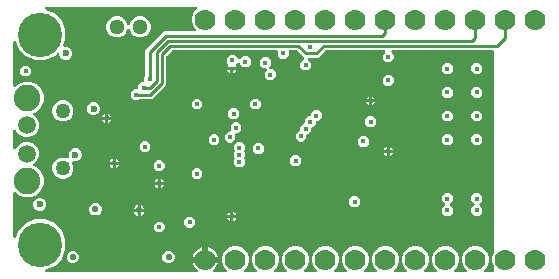
<source format=gbr>
G04 EAGLE Gerber RS-274X export*
G75*
%MOMM*%
%FSLAX34Y34*%
%LPD*%
%INCopper Layer 2*%
%IPPOS*%
%AMOC8*
5,1,8,0,0,1.08239X$1,22.5*%
G01*
%ADD10C,2.250000*%
%ADD11C,1.275000*%
%ADD12C,1.290000*%
%ADD13C,1.778000*%
%ADD14C,3.750000*%
%ADD15C,0.600000*%
%ADD16C,0.400000*%
%ADD17C,0.550000*%
%ADD18C,0.230000*%
%ADD19C,1.500000*%

G36*
X157691Y2551D02*
X157691Y2551D01*
X157770Y2551D01*
X157848Y2571D01*
X157927Y2581D01*
X158001Y2610D01*
X158079Y2630D01*
X158149Y2668D01*
X158223Y2698D01*
X158287Y2744D01*
X158357Y2783D01*
X158416Y2837D01*
X158480Y2884D01*
X158531Y2946D01*
X158589Y3000D01*
X158632Y3068D01*
X158683Y3129D01*
X158717Y3202D01*
X158760Y3269D01*
X158785Y3345D01*
X158819Y3417D01*
X158834Y3495D01*
X158858Y3571D01*
X158863Y3651D01*
X158878Y3729D01*
X158874Y3809D01*
X158879Y3889D01*
X158864Y3967D01*
X158859Y4047D01*
X158834Y4123D01*
X158819Y4201D01*
X158785Y4273D01*
X158761Y4349D01*
X158718Y4417D01*
X158684Y4489D01*
X158633Y4551D01*
X158591Y4618D01*
X158533Y4673D01*
X158482Y4734D01*
X158360Y4835D01*
X158359Y4836D01*
X158358Y4836D01*
X158358Y4837D01*
X158005Y5093D01*
X156793Y6305D01*
X155785Y7692D01*
X155007Y9219D01*
X154477Y10850D01*
X154476Y10861D01*
X163830Y10861D01*
X163948Y10876D01*
X164067Y10883D01*
X164105Y10896D01*
X164145Y10901D01*
X164256Y10944D01*
X164369Y10981D01*
X164403Y11003D01*
X164441Y11018D01*
X164537Y11088D01*
X164638Y11151D01*
X164666Y11181D01*
X164698Y11204D01*
X164774Y11296D01*
X164856Y11383D01*
X164875Y11418D01*
X164901Y11449D01*
X164952Y11557D01*
X165009Y11661D01*
X165020Y11701D01*
X165037Y11737D01*
X165059Y11854D01*
X165089Y11969D01*
X165093Y12030D01*
X165097Y12050D01*
X165095Y12070D01*
X165099Y12130D01*
X165099Y13401D01*
X165101Y13401D01*
X165101Y12130D01*
X165116Y12012D01*
X165123Y11893D01*
X165136Y11855D01*
X165141Y11814D01*
X165185Y11704D01*
X165221Y11591D01*
X165243Y11556D01*
X165258Y11519D01*
X165328Y11423D01*
X165391Y11322D01*
X165421Y11294D01*
X165445Y11261D01*
X165536Y11186D01*
X165623Y11104D01*
X165658Y11084D01*
X165690Y11059D01*
X165797Y11008D01*
X165902Y10950D01*
X165941Y10940D01*
X165977Y10923D01*
X166094Y10901D01*
X166209Y10871D01*
X166270Y10867D01*
X166290Y10863D01*
X166310Y10865D01*
X166370Y10861D01*
X175724Y10861D01*
X175723Y10850D01*
X175193Y9219D01*
X174415Y7692D01*
X173407Y6305D01*
X172195Y5093D01*
X171842Y4837D01*
X171784Y4782D01*
X171720Y4736D01*
X171669Y4674D01*
X171610Y4619D01*
X171568Y4552D01*
X171517Y4491D01*
X171483Y4418D01*
X171440Y4351D01*
X171415Y4275D01*
X171381Y4203D01*
X171366Y4124D01*
X171342Y4048D01*
X171337Y3969D01*
X171322Y3890D01*
X171327Y3811D01*
X171321Y3731D01*
X171336Y3653D01*
X171341Y3573D01*
X171366Y3497D01*
X171381Y3418D01*
X171415Y3346D01*
X171439Y3271D01*
X171482Y3203D01*
X171516Y3131D01*
X171567Y3069D01*
X171609Y3002D01*
X171668Y2947D01*
X171719Y2885D01*
X171783Y2839D01*
X171841Y2784D01*
X171911Y2745D01*
X171976Y2698D01*
X172050Y2669D01*
X172120Y2630D01*
X172197Y2610D01*
X172271Y2581D01*
X172350Y2571D01*
X172428Y2551D01*
X172585Y2541D01*
X172587Y2541D01*
X172588Y2541D01*
X182130Y2541D01*
X182267Y2558D01*
X182406Y2571D01*
X182425Y2578D01*
X182445Y2581D01*
X182574Y2632D01*
X182705Y2679D01*
X182722Y2690D01*
X182741Y2698D01*
X182853Y2779D01*
X182968Y2857D01*
X182982Y2873D01*
X182998Y2884D01*
X183087Y2992D01*
X183179Y3096D01*
X183188Y3114D01*
X183201Y3129D01*
X183260Y3255D01*
X183323Y3379D01*
X183328Y3399D01*
X183336Y3417D01*
X183363Y3553D01*
X183393Y3689D01*
X183392Y3710D01*
X183396Y3729D01*
X183388Y3868D01*
X183383Y4007D01*
X183378Y4027D01*
X183376Y4047D01*
X183334Y4179D01*
X183295Y4313D01*
X183285Y4330D01*
X183278Y4349D01*
X183204Y4467D01*
X183133Y4587D01*
X183115Y4608D01*
X183108Y4618D01*
X183093Y4632D01*
X183027Y4707D01*
X180809Y6925D01*
X179069Y11126D01*
X179069Y15674D01*
X180809Y19875D01*
X184025Y23091D01*
X188226Y24831D01*
X192774Y24831D01*
X196975Y23091D01*
X200191Y19875D01*
X201931Y15674D01*
X201931Y11126D01*
X200191Y6925D01*
X197973Y4707D01*
X197888Y4598D01*
X197799Y4491D01*
X197790Y4472D01*
X197778Y4456D01*
X197723Y4328D01*
X197664Y4203D01*
X197660Y4183D01*
X197652Y4164D01*
X197630Y4026D01*
X197604Y3890D01*
X197605Y3870D01*
X197602Y3850D01*
X197615Y3711D01*
X197624Y3573D01*
X197630Y3554D01*
X197632Y3534D01*
X197679Y3402D01*
X197722Y3271D01*
X197732Y3253D01*
X197739Y3234D01*
X197817Y3119D01*
X197892Y3002D01*
X197906Y2988D01*
X197918Y2971D01*
X198022Y2879D01*
X198123Y2784D01*
X198141Y2774D01*
X198156Y2761D01*
X198280Y2697D01*
X198402Y2630D01*
X198421Y2625D01*
X198439Y2616D01*
X198575Y2586D01*
X198710Y2551D01*
X198738Y2549D01*
X198750Y2546D01*
X198770Y2547D01*
X198870Y2541D01*
X207530Y2541D01*
X207667Y2558D01*
X207806Y2571D01*
X207825Y2578D01*
X207845Y2581D01*
X207974Y2632D01*
X208105Y2679D01*
X208122Y2690D01*
X208141Y2698D01*
X208253Y2779D01*
X208368Y2857D01*
X208382Y2873D01*
X208398Y2884D01*
X208487Y2992D01*
X208579Y3096D01*
X208588Y3114D01*
X208601Y3129D01*
X208660Y3255D01*
X208723Y3379D01*
X208728Y3399D01*
X208736Y3417D01*
X208763Y3553D01*
X208793Y3689D01*
X208792Y3710D01*
X208796Y3729D01*
X208788Y3868D01*
X208783Y4007D01*
X208778Y4027D01*
X208776Y4047D01*
X208734Y4179D01*
X208695Y4313D01*
X208685Y4330D01*
X208678Y4349D01*
X208604Y4467D01*
X208533Y4587D01*
X208515Y4608D01*
X208508Y4618D01*
X208493Y4632D01*
X208427Y4707D01*
X206209Y6925D01*
X204469Y11126D01*
X204469Y15674D01*
X206209Y19875D01*
X209425Y23091D01*
X213626Y24831D01*
X218174Y24831D01*
X222375Y23091D01*
X225591Y19875D01*
X227331Y15674D01*
X227331Y11126D01*
X225591Y6925D01*
X223373Y4707D01*
X223288Y4598D01*
X223199Y4491D01*
X223190Y4472D01*
X223178Y4456D01*
X223123Y4328D01*
X223064Y4203D01*
X223060Y4183D01*
X223052Y4164D01*
X223030Y4026D01*
X223004Y3890D01*
X223005Y3870D01*
X223002Y3850D01*
X223015Y3711D01*
X223024Y3573D01*
X223030Y3554D01*
X223032Y3534D01*
X223079Y3402D01*
X223122Y3271D01*
X223132Y3253D01*
X223139Y3234D01*
X223217Y3119D01*
X223292Y3002D01*
X223306Y2988D01*
X223318Y2971D01*
X223422Y2879D01*
X223523Y2784D01*
X223541Y2774D01*
X223556Y2761D01*
X223680Y2697D01*
X223802Y2630D01*
X223821Y2625D01*
X223839Y2616D01*
X223975Y2586D01*
X224110Y2551D01*
X224138Y2549D01*
X224150Y2546D01*
X224170Y2547D01*
X224270Y2541D01*
X232930Y2541D01*
X233067Y2558D01*
X233206Y2571D01*
X233225Y2578D01*
X233245Y2581D01*
X233374Y2632D01*
X233505Y2679D01*
X233522Y2690D01*
X233541Y2698D01*
X233653Y2779D01*
X233768Y2857D01*
X233782Y2873D01*
X233798Y2884D01*
X233887Y2992D01*
X233979Y3096D01*
X233988Y3114D01*
X234001Y3129D01*
X234060Y3255D01*
X234123Y3379D01*
X234128Y3399D01*
X234136Y3417D01*
X234163Y3553D01*
X234193Y3689D01*
X234192Y3710D01*
X234196Y3729D01*
X234188Y3868D01*
X234183Y4007D01*
X234178Y4027D01*
X234176Y4047D01*
X234134Y4179D01*
X234095Y4313D01*
X234085Y4330D01*
X234078Y4349D01*
X234004Y4467D01*
X233933Y4587D01*
X233915Y4608D01*
X233908Y4618D01*
X233893Y4632D01*
X233827Y4707D01*
X231609Y6925D01*
X229869Y11126D01*
X229869Y15674D01*
X231609Y19875D01*
X234825Y23091D01*
X239026Y24831D01*
X243574Y24831D01*
X247775Y23091D01*
X250991Y19875D01*
X252731Y15674D01*
X252731Y11126D01*
X250991Y6925D01*
X248773Y4707D01*
X248688Y4598D01*
X248599Y4491D01*
X248590Y4472D01*
X248578Y4456D01*
X248523Y4328D01*
X248464Y4203D01*
X248460Y4183D01*
X248452Y4164D01*
X248430Y4026D01*
X248404Y3890D01*
X248405Y3870D01*
X248402Y3850D01*
X248415Y3711D01*
X248424Y3573D01*
X248430Y3554D01*
X248432Y3534D01*
X248479Y3402D01*
X248522Y3271D01*
X248532Y3253D01*
X248539Y3234D01*
X248617Y3119D01*
X248692Y3002D01*
X248706Y2988D01*
X248718Y2971D01*
X248822Y2879D01*
X248923Y2784D01*
X248941Y2774D01*
X248956Y2761D01*
X249080Y2697D01*
X249202Y2630D01*
X249221Y2625D01*
X249239Y2616D01*
X249375Y2586D01*
X249510Y2551D01*
X249538Y2549D01*
X249550Y2546D01*
X249570Y2547D01*
X249670Y2541D01*
X258330Y2541D01*
X258467Y2558D01*
X258606Y2571D01*
X258625Y2578D01*
X258645Y2581D01*
X258774Y2632D01*
X258905Y2679D01*
X258922Y2690D01*
X258941Y2698D01*
X259053Y2779D01*
X259168Y2857D01*
X259182Y2873D01*
X259198Y2884D01*
X259287Y2992D01*
X259379Y3096D01*
X259388Y3114D01*
X259401Y3129D01*
X259460Y3255D01*
X259523Y3379D01*
X259528Y3399D01*
X259536Y3417D01*
X259563Y3553D01*
X259593Y3689D01*
X259592Y3710D01*
X259596Y3729D01*
X259588Y3868D01*
X259583Y4007D01*
X259578Y4027D01*
X259576Y4047D01*
X259534Y4179D01*
X259495Y4313D01*
X259485Y4330D01*
X259478Y4349D01*
X259404Y4467D01*
X259333Y4587D01*
X259315Y4608D01*
X259308Y4618D01*
X259293Y4632D01*
X259227Y4707D01*
X257009Y6925D01*
X255269Y11126D01*
X255269Y15674D01*
X257009Y19875D01*
X260225Y23091D01*
X264426Y24831D01*
X268974Y24831D01*
X273175Y23091D01*
X276391Y19875D01*
X278131Y15674D01*
X278131Y11126D01*
X276391Y6925D01*
X274173Y4707D01*
X274088Y4598D01*
X273999Y4491D01*
X273990Y4472D01*
X273978Y4456D01*
X273923Y4328D01*
X273864Y4203D01*
X273860Y4183D01*
X273852Y4164D01*
X273830Y4026D01*
X273804Y3890D01*
X273805Y3870D01*
X273802Y3850D01*
X273815Y3711D01*
X273824Y3573D01*
X273830Y3554D01*
X273832Y3534D01*
X273879Y3402D01*
X273922Y3271D01*
X273932Y3253D01*
X273939Y3234D01*
X274017Y3119D01*
X274092Y3002D01*
X274106Y2988D01*
X274118Y2971D01*
X274222Y2879D01*
X274323Y2784D01*
X274341Y2774D01*
X274356Y2761D01*
X274480Y2697D01*
X274602Y2630D01*
X274621Y2625D01*
X274639Y2616D01*
X274775Y2586D01*
X274910Y2551D01*
X274938Y2549D01*
X274950Y2546D01*
X274970Y2547D01*
X275070Y2541D01*
X283730Y2541D01*
X283867Y2558D01*
X284006Y2571D01*
X284025Y2578D01*
X284045Y2581D01*
X284174Y2632D01*
X284305Y2679D01*
X284322Y2690D01*
X284341Y2698D01*
X284453Y2779D01*
X284568Y2857D01*
X284582Y2873D01*
X284598Y2884D01*
X284687Y2992D01*
X284779Y3096D01*
X284788Y3114D01*
X284801Y3129D01*
X284860Y3255D01*
X284923Y3379D01*
X284928Y3399D01*
X284936Y3417D01*
X284963Y3553D01*
X284993Y3689D01*
X284992Y3710D01*
X284996Y3729D01*
X284988Y3868D01*
X284983Y4007D01*
X284978Y4027D01*
X284976Y4047D01*
X284934Y4179D01*
X284895Y4313D01*
X284885Y4330D01*
X284878Y4349D01*
X284804Y4467D01*
X284733Y4587D01*
X284715Y4608D01*
X284708Y4618D01*
X284693Y4632D01*
X284627Y4707D01*
X282409Y6925D01*
X280669Y11126D01*
X280669Y15674D01*
X282409Y19875D01*
X285625Y23091D01*
X289826Y24831D01*
X294374Y24831D01*
X298575Y23091D01*
X301791Y19875D01*
X303531Y15674D01*
X303531Y11126D01*
X301791Y6925D01*
X299573Y4707D01*
X299488Y4598D01*
X299399Y4491D01*
X299390Y4472D01*
X299378Y4456D01*
X299323Y4328D01*
X299264Y4203D01*
X299260Y4183D01*
X299252Y4164D01*
X299230Y4026D01*
X299204Y3890D01*
X299205Y3870D01*
X299202Y3850D01*
X299215Y3711D01*
X299224Y3573D01*
X299230Y3554D01*
X299232Y3534D01*
X299279Y3402D01*
X299322Y3271D01*
X299332Y3253D01*
X299339Y3234D01*
X299417Y3119D01*
X299492Y3002D01*
X299506Y2988D01*
X299518Y2971D01*
X299622Y2879D01*
X299723Y2784D01*
X299741Y2774D01*
X299756Y2761D01*
X299880Y2697D01*
X300002Y2630D01*
X300021Y2625D01*
X300039Y2616D01*
X300175Y2586D01*
X300310Y2551D01*
X300338Y2549D01*
X300350Y2546D01*
X300370Y2547D01*
X300470Y2541D01*
X309130Y2541D01*
X309267Y2558D01*
X309406Y2571D01*
X309425Y2578D01*
X309445Y2581D01*
X309574Y2632D01*
X309705Y2679D01*
X309722Y2690D01*
X309741Y2698D01*
X309853Y2779D01*
X309968Y2857D01*
X309982Y2873D01*
X309998Y2884D01*
X310087Y2992D01*
X310179Y3096D01*
X310188Y3114D01*
X310201Y3129D01*
X310260Y3255D01*
X310323Y3379D01*
X310328Y3399D01*
X310336Y3417D01*
X310363Y3553D01*
X310393Y3689D01*
X310392Y3710D01*
X310396Y3729D01*
X310388Y3868D01*
X310383Y4007D01*
X310378Y4027D01*
X310376Y4047D01*
X310334Y4179D01*
X310295Y4313D01*
X310285Y4330D01*
X310278Y4349D01*
X310204Y4467D01*
X310133Y4587D01*
X310115Y4608D01*
X310108Y4618D01*
X310093Y4632D01*
X310027Y4707D01*
X307809Y6925D01*
X306069Y11126D01*
X306069Y15674D01*
X307809Y19875D01*
X311025Y23091D01*
X315226Y24831D01*
X319774Y24831D01*
X323975Y23091D01*
X327191Y19875D01*
X328931Y15674D01*
X328931Y11126D01*
X327191Y6925D01*
X324973Y4707D01*
X324888Y4598D01*
X324799Y4491D01*
X324790Y4472D01*
X324778Y4456D01*
X324723Y4328D01*
X324664Y4203D01*
X324660Y4183D01*
X324652Y4164D01*
X324630Y4026D01*
X324604Y3890D01*
X324605Y3870D01*
X324602Y3850D01*
X324615Y3711D01*
X324624Y3573D01*
X324630Y3554D01*
X324632Y3534D01*
X324679Y3402D01*
X324722Y3271D01*
X324732Y3253D01*
X324739Y3234D01*
X324817Y3119D01*
X324892Y3002D01*
X324906Y2988D01*
X324918Y2971D01*
X325022Y2879D01*
X325123Y2784D01*
X325141Y2774D01*
X325156Y2761D01*
X325280Y2697D01*
X325402Y2630D01*
X325421Y2625D01*
X325439Y2616D01*
X325575Y2586D01*
X325710Y2551D01*
X325738Y2549D01*
X325750Y2546D01*
X325770Y2547D01*
X325870Y2541D01*
X334530Y2541D01*
X334667Y2558D01*
X334806Y2571D01*
X334825Y2578D01*
X334845Y2581D01*
X334974Y2632D01*
X335105Y2679D01*
X335122Y2690D01*
X335141Y2698D01*
X335253Y2779D01*
X335368Y2857D01*
X335382Y2873D01*
X335398Y2884D01*
X335487Y2992D01*
X335579Y3096D01*
X335588Y3114D01*
X335601Y3129D01*
X335660Y3255D01*
X335723Y3379D01*
X335728Y3399D01*
X335736Y3417D01*
X335763Y3553D01*
X335793Y3689D01*
X335792Y3710D01*
X335796Y3729D01*
X335788Y3868D01*
X335783Y4007D01*
X335778Y4027D01*
X335776Y4047D01*
X335734Y4179D01*
X335695Y4313D01*
X335685Y4330D01*
X335678Y4349D01*
X335604Y4467D01*
X335533Y4587D01*
X335515Y4608D01*
X335508Y4618D01*
X335493Y4632D01*
X335427Y4707D01*
X333209Y6925D01*
X331469Y11126D01*
X331469Y15674D01*
X333209Y19875D01*
X336425Y23091D01*
X340626Y24831D01*
X345174Y24831D01*
X349375Y23091D01*
X352591Y19875D01*
X354331Y15674D01*
X354331Y11126D01*
X352591Y6925D01*
X350373Y4707D01*
X350288Y4598D01*
X350199Y4491D01*
X350190Y4472D01*
X350178Y4456D01*
X350123Y4328D01*
X350064Y4203D01*
X350060Y4183D01*
X350052Y4164D01*
X350030Y4026D01*
X350004Y3890D01*
X350005Y3870D01*
X350002Y3850D01*
X350015Y3711D01*
X350024Y3573D01*
X350030Y3554D01*
X350032Y3534D01*
X350079Y3402D01*
X350122Y3271D01*
X350132Y3253D01*
X350139Y3234D01*
X350217Y3119D01*
X350292Y3002D01*
X350306Y2988D01*
X350318Y2971D01*
X350422Y2879D01*
X350523Y2784D01*
X350541Y2774D01*
X350556Y2761D01*
X350680Y2697D01*
X350802Y2630D01*
X350821Y2625D01*
X350839Y2616D01*
X350975Y2586D01*
X351110Y2551D01*
X351138Y2549D01*
X351150Y2546D01*
X351170Y2547D01*
X351270Y2541D01*
X359930Y2541D01*
X360067Y2558D01*
X360206Y2571D01*
X360225Y2578D01*
X360245Y2581D01*
X360374Y2632D01*
X360505Y2679D01*
X360522Y2690D01*
X360541Y2698D01*
X360653Y2779D01*
X360768Y2857D01*
X360782Y2873D01*
X360798Y2884D01*
X360887Y2992D01*
X360979Y3096D01*
X360988Y3114D01*
X361001Y3129D01*
X361060Y3255D01*
X361123Y3379D01*
X361128Y3399D01*
X361136Y3417D01*
X361163Y3553D01*
X361193Y3689D01*
X361192Y3710D01*
X361196Y3729D01*
X361188Y3868D01*
X361183Y4007D01*
X361178Y4027D01*
X361176Y4047D01*
X361134Y4179D01*
X361095Y4313D01*
X361085Y4330D01*
X361078Y4349D01*
X361004Y4467D01*
X360933Y4587D01*
X360915Y4608D01*
X360908Y4618D01*
X360893Y4632D01*
X360827Y4707D01*
X358609Y6925D01*
X356869Y11126D01*
X356869Y15674D01*
X358609Y19875D01*
X361825Y23091D01*
X366026Y24831D01*
X370574Y24831D01*
X374775Y23091D01*
X377991Y19875D01*
X379731Y15674D01*
X379731Y11126D01*
X377991Y6925D01*
X375773Y4707D01*
X375688Y4598D01*
X375599Y4491D01*
X375590Y4472D01*
X375578Y4456D01*
X375523Y4328D01*
X375464Y4203D01*
X375460Y4183D01*
X375452Y4164D01*
X375430Y4026D01*
X375404Y3890D01*
X375405Y3870D01*
X375402Y3850D01*
X375415Y3711D01*
X375424Y3573D01*
X375430Y3554D01*
X375432Y3534D01*
X375479Y3402D01*
X375522Y3271D01*
X375532Y3253D01*
X375539Y3234D01*
X375617Y3119D01*
X375692Y3002D01*
X375706Y2988D01*
X375718Y2971D01*
X375822Y2879D01*
X375923Y2784D01*
X375941Y2774D01*
X375956Y2761D01*
X376080Y2697D01*
X376202Y2630D01*
X376221Y2625D01*
X376239Y2616D01*
X376375Y2586D01*
X376510Y2551D01*
X376538Y2549D01*
X376550Y2546D01*
X376570Y2547D01*
X376670Y2541D01*
X385330Y2541D01*
X385467Y2558D01*
X385606Y2571D01*
X385625Y2578D01*
X385645Y2581D01*
X385774Y2632D01*
X385905Y2679D01*
X385922Y2690D01*
X385941Y2698D01*
X386053Y2779D01*
X386168Y2857D01*
X386182Y2873D01*
X386198Y2884D01*
X386287Y2992D01*
X386379Y3096D01*
X386388Y3114D01*
X386401Y3129D01*
X386460Y3255D01*
X386523Y3379D01*
X386528Y3399D01*
X386536Y3417D01*
X386563Y3553D01*
X386593Y3689D01*
X386592Y3710D01*
X386596Y3729D01*
X386588Y3868D01*
X386583Y4007D01*
X386578Y4027D01*
X386576Y4047D01*
X386534Y4179D01*
X386495Y4313D01*
X386485Y4330D01*
X386478Y4349D01*
X386404Y4467D01*
X386333Y4587D01*
X386315Y4608D01*
X386308Y4618D01*
X386293Y4632D01*
X386227Y4707D01*
X384009Y6925D01*
X382269Y11126D01*
X382269Y15674D01*
X384009Y19875D01*
X387225Y23091D01*
X391426Y24831D01*
X395974Y24831D01*
X400175Y23091D01*
X403391Y19875D01*
X405131Y15674D01*
X405131Y11126D01*
X403391Y6925D01*
X401173Y4707D01*
X401088Y4598D01*
X400999Y4491D01*
X400990Y4472D01*
X400978Y4456D01*
X400923Y4328D01*
X400864Y4203D01*
X400860Y4183D01*
X400852Y4164D01*
X400830Y4026D01*
X400804Y3890D01*
X400805Y3870D01*
X400802Y3850D01*
X400815Y3711D01*
X400824Y3573D01*
X400830Y3554D01*
X400832Y3534D01*
X400879Y3402D01*
X400922Y3271D01*
X400932Y3253D01*
X400939Y3234D01*
X401017Y3119D01*
X401092Y3002D01*
X401106Y2988D01*
X401118Y2971D01*
X401222Y2879D01*
X401323Y2784D01*
X401341Y2774D01*
X401356Y2761D01*
X401480Y2697D01*
X401602Y2630D01*
X401621Y2625D01*
X401639Y2616D01*
X401775Y2586D01*
X401910Y2551D01*
X401938Y2549D01*
X401950Y2546D01*
X401970Y2547D01*
X402070Y2541D01*
X408000Y2541D01*
X408118Y2556D01*
X408237Y2563D01*
X408275Y2576D01*
X408316Y2581D01*
X408426Y2624D01*
X408539Y2661D01*
X408574Y2683D01*
X408611Y2698D01*
X408707Y2767D01*
X408808Y2831D01*
X408836Y2861D01*
X408869Y2884D01*
X408945Y2976D01*
X409026Y3063D01*
X409046Y3098D01*
X409071Y3129D01*
X409122Y3237D01*
X409180Y3341D01*
X409190Y3381D01*
X409207Y3417D01*
X409229Y3534D01*
X409259Y3649D01*
X409263Y3709D01*
X409267Y3729D01*
X409265Y3750D01*
X409269Y3810D01*
X409269Y7011D01*
X409268Y7020D01*
X409269Y7030D01*
X409248Y7178D01*
X409229Y7327D01*
X409226Y7335D01*
X409225Y7345D01*
X409173Y7497D01*
X407669Y11126D01*
X407669Y15674D01*
X409173Y19303D01*
X409175Y19312D01*
X409180Y19320D01*
X409217Y19465D01*
X409257Y19610D01*
X409257Y19619D01*
X409259Y19628D01*
X409269Y19789D01*
X409269Y189376D01*
X409254Y189494D01*
X409247Y189613D01*
X409234Y189651D01*
X409229Y189692D01*
X409186Y189802D01*
X409149Y189915D01*
X409127Y189950D01*
X409112Y189987D01*
X409042Y190083D01*
X408979Y190184D01*
X408949Y190212D01*
X408926Y190245D01*
X408834Y190321D01*
X408747Y190402D01*
X408712Y190422D01*
X408681Y190447D01*
X408573Y190498D01*
X408469Y190556D01*
X408429Y190566D01*
X408393Y190583D01*
X408276Y190605D01*
X408161Y190635D01*
X408100Y190639D01*
X408080Y190643D01*
X408060Y190641D01*
X408000Y190645D01*
X323841Y190645D01*
X323703Y190628D01*
X323564Y190615D01*
X323545Y190608D01*
X323525Y190605D01*
X323396Y190554D01*
X323265Y190507D01*
X323248Y190496D01*
X323229Y190488D01*
X323117Y190407D01*
X323002Y190329D01*
X322988Y190313D01*
X322972Y190302D01*
X322883Y190194D01*
X322791Y190090D01*
X322782Y190072D01*
X322769Y190057D01*
X322710Y189931D01*
X322647Y189807D01*
X322642Y189787D01*
X322634Y189769D01*
X322608Y189632D01*
X322577Y189497D01*
X322578Y189476D01*
X322574Y189457D01*
X322582Y189318D01*
X322587Y189179D01*
X322592Y189159D01*
X322594Y189139D01*
X322636Y189007D01*
X322675Y188873D01*
X322685Y188856D01*
X322692Y188837D01*
X322766Y188719D01*
X322837Y188599D01*
X322855Y188578D01*
X322862Y188568D01*
X322877Y188554D01*
X322943Y188479D01*
X324541Y186881D01*
X324541Y183119D01*
X321881Y180459D01*
X318119Y180459D01*
X315459Y183119D01*
X315459Y186881D01*
X317057Y188479D01*
X317142Y188588D01*
X317231Y188695D01*
X317239Y188714D01*
X317252Y188730D01*
X317307Y188858D01*
X317366Y188983D01*
X317370Y189003D01*
X317378Y189022D01*
X317400Y189160D01*
X317426Y189296D01*
X317425Y189316D01*
X317428Y189336D01*
X317415Y189475D01*
X317406Y189613D01*
X317400Y189632D01*
X317398Y189652D01*
X317351Y189784D01*
X317308Y189915D01*
X317298Y189933D01*
X317291Y189952D01*
X317213Y190067D01*
X317138Y190184D01*
X317123Y190198D01*
X317112Y190215D01*
X317008Y190307D01*
X316907Y190402D01*
X316889Y190412D01*
X316874Y190425D01*
X316750Y190489D01*
X316628Y190556D01*
X316609Y190561D01*
X316590Y190570D01*
X316455Y190600D01*
X316320Y190635D01*
X316292Y190637D01*
X316280Y190640D01*
X316260Y190639D01*
X316159Y190645D01*
X267390Y190645D01*
X267292Y190633D01*
X267193Y190630D01*
X267135Y190613D01*
X267075Y190605D01*
X266983Y190569D01*
X266888Y190541D01*
X266836Y190511D01*
X266779Y190488D01*
X266699Y190430D01*
X266614Y190380D01*
X266539Y190314D01*
X266522Y190302D01*
X266514Y190292D01*
X266493Y190274D01*
X260529Y184309D01*
X253177Y184309D01*
X253039Y184292D01*
X252900Y184279D01*
X252881Y184272D01*
X252861Y184269D01*
X252732Y184218D01*
X252601Y184171D01*
X252584Y184160D01*
X252565Y184152D01*
X252453Y184071D01*
X252338Y183993D01*
X252324Y183977D01*
X252308Y183966D01*
X252219Y183858D01*
X252127Y183754D01*
X252118Y183736D01*
X252105Y183721D01*
X252046Y183595D01*
X251983Y183471D01*
X251978Y183451D01*
X251970Y183433D01*
X251944Y183297D01*
X251913Y183161D01*
X251914Y183140D01*
X251910Y183121D01*
X251918Y182982D01*
X251923Y182843D01*
X251928Y182823D01*
X251930Y182803D01*
X251972Y182671D01*
X252011Y182537D01*
X252021Y182520D01*
X252028Y182501D01*
X252102Y182383D01*
X252173Y182263D01*
X252191Y182242D01*
X252198Y182232D01*
X252213Y182218D01*
X252279Y182143D01*
X254541Y179881D01*
X254541Y176119D01*
X251881Y173459D01*
X248119Y173459D01*
X245459Y176119D01*
X245459Y179881D01*
X248282Y182704D01*
X248355Y182798D01*
X248434Y182887D01*
X248452Y182923D01*
X248477Y182955D01*
X248524Y183064D01*
X248578Y183170D01*
X248587Y183209D01*
X248603Y183247D01*
X248622Y183364D01*
X248648Y183480D01*
X248647Y183521D01*
X248653Y183561D01*
X248642Y183679D01*
X248638Y183798D01*
X248627Y183837D01*
X248623Y183877D01*
X248583Y183990D01*
X248550Y184104D01*
X248529Y184139D01*
X248516Y184177D01*
X248449Y184275D01*
X248388Y184378D01*
X248349Y184423D01*
X248337Y184440D01*
X248322Y184453D01*
X248282Y184499D01*
X242507Y190274D01*
X242429Y190334D01*
X242357Y190402D01*
X242304Y190431D01*
X242256Y190468D01*
X242165Y190508D01*
X242078Y190556D01*
X242020Y190571D01*
X241964Y190595D01*
X241866Y190610D01*
X241770Y190635D01*
X241670Y190641D01*
X241650Y190645D01*
X241637Y190643D01*
X241609Y190645D01*
X236810Y190645D01*
X236692Y190630D01*
X236573Y190623D01*
X236535Y190610D01*
X236494Y190605D01*
X236384Y190562D01*
X236271Y190525D01*
X236236Y190503D01*
X236199Y190488D01*
X236103Y190419D01*
X236002Y190355D01*
X235974Y190325D01*
X235941Y190302D01*
X235865Y190210D01*
X235784Y190123D01*
X235764Y190088D01*
X235739Y190057D01*
X235688Y189949D01*
X235630Y189845D01*
X235620Y189805D01*
X235603Y189769D01*
X235581Y189652D01*
X235551Y189537D01*
X235547Y189477D01*
X235543Y189457D01*
X235545Y189436D01*
X235541Y189376D01*
X235541Y186119D01*
X232881Y183459D01*
X229119Y183459D01*
X226459Y186119D01*
X226459Y189376D01*
X226444Y189494D01*
X226437Y189613D01*
X226424Y189651D01*
X226419Y189692D01*
X226376Y189802D01*
X226339Y189915D01*
X226317Y189950D01*
X226302Y189987D01*
X226233Y190083D01*
X226169Y190184D01*
X226139Y190212D01*
X226116Y190245D01*
X226024Y190321D01*
X225937Y190402D01*
X225902Y190422D01*
X225871Y190447D01*
X225763Y190498D01*
X225659Y190556D01*
X225619Y190566D01*
X225583Y190583D01*
X225466Y190605D01*
X225351Y190635D01*
X225291Y190639D01*
X225271Y190643D01*
X225250Y190641D01*
X225190Y190645D01*
X137643Y190645D01*
X137545Y190633D01*
X137446Y190630D01*
X137388Y190613D01*
X137328Y190605D01*
X137236Y190569D01*
X137141Y190541D01*
X137088Y190511D01*
X137032Y190488D01*
X136952Y190430D01*
X136867Y190380D01*
X136791Y190314D01*
X136775Y190302D01*
X136767Y190292D01*
X136746Y190274D01*
X132394Y185922D01*
X132334Y185844D01*
X132266Y185772D01*
X132237Y185719D01*
X132200Y185671D01*
X132160Y185580D01*
X132112Y185493D01*
X132097Y185435D01*
X132073Y185379D01*
X132058Y185281D01*
X132033Y185185D01*
X132027Y185085D01*
X132023Y185065D01*
X132025Y185053D01*
X132023Y185025D01*
X132023Y161348D01*
X119984Y149309D01*
X110043Y149309D01*
X109944Y149297D01*
X109845Y149294D01*
X109787Y149277D01*
X109727Y149269D01*
X109635Y149233D01*
X109540Y149205D01*
X109488Y149175D01*
X109431Y149152D01*
X109351Y149094D01*
X109266Y149044D01*
X109191Y148978D01*
X109174Y148966D01*
X109166Y148956D01*
X109145Y148938D01*
X108667Y148459D01*
X104905Y148459D01*
X102245Y151119D01*
X102245Y154881D01*
X104905Y157541D01*
X107008Y157541D01*
X107126Y157556D01*
X107245Y157563D01*
X107283Y157576D01*
X107324Y157581D01*
X107434Y157624D01*
X107547Y157661D01*
X107582Y157683D01*
X107619Y157698D01*
X107715Y157767D01*
X107816Y157831D01*
X107844Y157861D01*
X107877Y157884D01*
X107953Y157976D01*
X108034Y158063D01*
X108054Y158098D01*
X108079Y158129D01*
X108130Y158237D01*
X108188Y158341D01*
X108198Y158381D01*
X108215Y158417D01*
X108237Y158534D01*
X108267Y158649D01*
X108271Y158709D01*
X108275Y158729D01*
X108273Y158750D01*
X108277Y158810D01*
X108277Y160881D01*
X110937Y163541D01*
X112190Y163541D01*
X112308Y163556D01*
X112427Y163563D01*
X112465Y163576D01*
X112506Y163581D01*
X112616Y163624D01*
X112729Y163661D01*
X112764Y163683D01*
X112801Y163698D01*
X112897Y163767D01*
X112998Y163831D01*
X113026Y163861D01*
X113059Y163884D01*
X113135Y163976D01*
X113216Y164063D01*
X113236Y164098D01*
X113261Y164129D01*
X113312Y164237D01*
X113370Y164341D01*
X113380Y164381D01*
X113397Y164417D01*
X113419Y164534D01*
X113449Y164649D01*
X113453Y164709D01*
X113457Y164729D01*
X113455Y164750D01*
X113459Y164810D01*
X113459Y167881D01*
X113938Y168359D01*
X113998Y168437D01*
X114066Y168509D01*
X114095Y168562D01*
X114132Y168610D01*
X114172Y168701D01*
X114220Y168788D01*
X114235Y168847D01*
X114259Y168902D01*
X114274Y169000D01*
X114299Y169096D01*
X114305Y169196D01*
X114309Y169216D01*
X114307Y169229D01*
X114309Y169257D01*
X114309Y190529D01*
X130471Y206691D01*
X155780Y206691D01*
X155918Y206708D01*
X156056Y206721D01*
X156075Y206728D01*
X156095Y206731D01*
X156224Y206782D01*
X156355Y206829D01*
X156372Y206840D01*
X156391Y206848D01*
X156503Y206929D01*
X156618Y207007D01*
X156632Y207023D01*
X156648Y207034D01*
X156737Y207142D01*
X156829Y207246D01*
X156838Y207264D01*
X156851Y207279D01*
X156910Y207405D01*
X156973Y207529D01*
X156978Y207549D01*
X156986Y207567D01*
X157013Y207704D01*
X157043Y207839D01*
X157042Y207860D01*
X157046Y207879D01*
X157038Y208018D01*
X157033Y208157D01*
X157028Y208177D01*
X157026Y208197D01*
X156984Y208329D01*
X156945Y208463D01*
X156935Y208480D01*
X156928Y208499D01*
X156854Y208617D01*
X156783Y208737D01*
X156765Y208758D01*
X156758Y208768D01*
X156743Y208782D01*
X156677Y208857D01*
X155409Y210125D01*
X153669Y214326D01*
X153669Y218874D01*
X155409Y223075D01*
X157627Y225293D01*
X157712Y225402D01*
X157801Y225509D01*
X157810Y225528D01*
X157822Y225544D01*
X157877Y225672D01*
X157936Y225797D01*
X157940Y225817D01*
X157948Y225836D01*
X157970Y225974D01*
X157996Y226110D01*
X157995Y226130D01*
X157998Y226150D01*
X157985Y226289D01*
X157976Y226427D01*
X157970Y226446D01*
X157968Y226466D01*
X157921Y226598D01*
X157878Y226729D01*
X157868Y226747D01*
X157861Y226766D01*
X157783Y226881D01*
X157708Y226998D01*
X157694Y227012D01*
X157682Y227029D01*
X157578Y227121D01*
X157477Y227216D01*
X157459Y227226D01*
X157444Y227239D01*
X157320Y227303D01*
X157198Y227370D01*
X157179Y227375D01*
X157161Y227384D01*
X157025Y227414D01*
X156890Y227449D01*
X156862Y227451D01*
X156850Y227454D01*
X156830Y227453D01*
X156730Y227459D01*
X30539Y227459D01*
X30470Y227451D01*
X30400Y227452D01*
X30313Y227431D01*
X30224Y227419D01*
X30159Y227394D01*
X30091Y227377D01*
X30011Y227335D01*
X29928Y227302D01*
X29872Y227261D01*
X29810Y227229D01*
X29743Y227168D01*
X29671Y227116D01*
X29626Y227062D01*
X29574Y227015D01*
X29525Y226940D01*
X29468Y226871D01*
X29438Y226807D01*
X29400Y226749D01*
X29370Y226664D01*
X29332Y226583D01*
X29319Y226514D01*
X29296Y226448D01*
X29289Y226359D01*
X29272Y226271D01*
X29277Y226201D01*
X29271Y226131D01*
X29287Y226043D01*
X29292Y225953D01*
X29314Y225887D01*
X29326Y225818D01*
X29363Y225736D01*
X29390Y225651D01*
X29428Y225592D01*
X29456Y225528D01*
X29512Y225458D01*
X29560Y225382D01*
X29611Y225334D01*
X29655Y225280D01*
X29727Y225225D01*
X29792Y225164D01*
X29853Y225130D01*
X29909Y225088D01*
X30053Y225017D01*
X37460Y221949D01*
X43449Y215960D01*
X46691Y208135D01*
X46691Y199665D01*
X44881Y195296D01*
X44868Y195248D01*
X44847Y195203D01*
X44826Y195095D01*
X44797Y194989D01*
X44796Y194939D01*
X44787Y194890D01*
X44794Y194781D01*
X44792Y194671D01*
X44803Y194623D01*
X44807Y194573D01*
X44840Y194469D01*
X44866Y194362D01*
X44889Y194318D01*
X44905Y194271D01*
X44963Y194178D01*
X45015Y194081D01*
X45048Y194044D01*
X45075Y194002D01*
X45155Y193927D01*
X45229Y193845D01*
X45270Y193818D01*
X45306Y193784D01*
X45402Y193731D01*
X45494Y193671D01*
X45541Y193654D01*
X45585Y193630D01*
X45691Y193603D01*
X45795Y193567D01*
X45845Y193563D01*
X45893Y193551D01*
X46054Y193541D01*
X48102Y193541D01*
X50139Y192697D01*
X51697Y191139D01*
X52541Y189102D01*
X52541Y186898D01*
X51697Y184861D01*
X50139Y183303D01*
X48102Y182459D01*
X45898Y182459D01*
X43861Y183303D01*
X42303Y184861D01*
X41440Y186945D01*
X41429Y187062D01*
X41422Y187081D01*
X41419Y187101D01*
X41368Y187230D01*
X41321Y187361D01*
X41310Y187378D01*
X41302Y187397D01*
X41221Y187509D01*
X41143Y187624D01*
X41127Y187638D01*
X41116Y187654D01*
X41008Y187743D01*
X40904Y187835D01*
X40886Y187844D01*
X40871Y187857D01*
X40745Y187916D01*
X40621Y187979D01*
X40601Y187984D01*
X40583Y187992D01*
X40446Y188018D01*
X40311Y188049D01*
X40290Y188048D01*
X40271Y188052D01*
X40132Y188043D01*
X39993Y188039D01*
X39973Y188034D01*
X39953Y188032D01*
X39821Y187990D01*
X39687Y187951D01*
X39670Y187941D01*
X39651Y187934D01*
X39533Y187860D01*
X39413Y187789D01*
X39392Y187771D01*
X39382Y187764D01*
X39368Y187749D01*
X39293Y187683D01*
X37460Y185851D01*
X29635Y182609D01*
X21165Y182609D01*
X13340Y185851D01*
X7351Y191840D01*
X4983Y197557D01*
X4948Y197617D01*
X4922Y197682D01*
X4870Y197755D01*
X4825Y197833D01*
X4776Y197883D01*
X4736Y197939D01*
X4666Y197997D01*
X4604Y198061D01*
X4544Y198098D01*
X4491Y198142D01*
X4409Y198181D01*
X4333Y198228D01*
X4266Y198248D01*
X4203Y198278D01*
X4115Y198295D01*
X4029Y198321D01*
X3959Y198324D01*
X3890Y198338D01*
X3801Y198332D01*
X3711Y198336D01*
X3643Y198322D01*
X3573Y198318D01*
X3488Y198290D01*
X3400Y198272D01*
X3337Y198241D01*
X3271Y198220D01*
X3195Y198172D01*
X3114Y198132D01*
X3061Y198087D01*
X3002Y198050D01*
X2940Y197984D01*
X2872Y197926D01*
X2832Y197869D01*
X2784Y197818D01*
X2741Y197739D01*
X2689Y197666D01*
X2664Y197601D01*
X2630Y197540D01*
X2608Y197453D01*
X2576Y197368D01*
X2568Y197299D01*
X2551Y197232D01*
X2541Y197071D01*
X2541Y160733D01*
X2558Y160596D01*
X2571Y160457D01*
X2578Y160437D01*
X2581Y160417D01*
X2632Y160289D01*
X2679Y160157D01*
X2690Y160141D01*
X2698Y160122D01*
X2779Y160009D01*
X2857Y159894D01*
X2873Y159881D01*
X2884Y159864D01*
X2992Y159776D01*
X3096Y159684D01*
X3114Y159675D01*
X3129Y159662D01*
X3255Y159602D01*
X3379Y159539D01*
X3399Y159535D01*
X3417Y159526D01*
X3553Y159500D01*
X3689Y159469D01*
X3710Y159470D01*
X3729Y159466D01*
X3868Y159475D01*
X4007Y159479D01*
X4027Y159485D01*
X4047Y159486D01*
X4179Y159529D01*
X4313Y159568D01*
X4330Y159578D01*
X4349Y159584D01*
X4467Y159659D01*
X4587Y159729D01*
X4608Y159748D01*
X4618Y159754D01*
X4632Y159769D01*
X4707Y159835D01*
X6688Y161816D01*
X11757Y163916D01*
X17243Y163916D01*
X22312Y161816D01*
X26191Y157937D01*
X28291Y152868D01*
X28291Y147382D01*
X26191Y142313D01*
X22312Y138434D01*
X20145Y137536D01*
X20102Y137512D01*
X20055Y137495D01*
X19964Y137433D01*
X19869Y137379D01*
X19833Y137344D01*
X19792Y137316D01*
X19720Y137234D01*
X19641Y137158D01*
X19615Y137115D01*
X19582Y137078D01*
X19532Y136980D01*
X19474Y136886D01*
X19460Y136839D01*
X19437Y136795D01*
X19413Y136687D01*
X19381Y136582D01*
X19378Y136533D01*
X19367Y136484D01*
X19371Y136374D01*
X19366Y136265D01*
X19376Y136216D01*
X19377Y136167D01*
X19408Y136061D01*
X19430Y135953D01*
X19452Y135909D01*
X19466Y135861D01*
X19521Y135767D01*
X19570Y135668D01*
X19602Y135630D01*
X19627Y135587D01*
X19733Y135466D01*
X22512Y132688D01*
X24041Y128997D01*
X24041Y125003D01*
X22512Y121312D01*
X19688Y118488D01*
X15997Y116959D01*
X12003Y116959D01*
X8312Y118488D01*
X5488Y121312D01*
X4983Y122532D01*
X4948Y122593D01*
X4922Y122658D01*
X4870Y122730D01*
X4825Y122808D01*
X4777Y122859D01*
X4736Y122915D01*
X4666Y122972D01*
X4604Y123037D01*
X4544Y123073D01*
X4491Y123118D01*
X4409Y123156D01*
X4333Y123203D01*
X4266Y123224D01*
X4203Y123253D01*
X4115Y123270D01*
X4029Y123297D01*
X3959Y123300D01*
X3890Y123313D01*
X3801Y123308D01*
X3711Y123312D01*
X3643Y123298D01*
X3573Y123293D01*
X3488Y123266D01*
X3400Y123248D01*
X3337Y123217D01*
X3271Y123195D01*
X3195Y123147D01*
X3114Y123108D01*
X3061Y123063D01*
X3002Y123025D01*
X2940Y122960D01*
X2872Y122902D01*
X2832Y122845D01*
X2784Y122794D01*
X2741Y122715D01*
X2689Y122642D01*
X2664Y122576D01*
X2630Y122515D01*
X2608Y122428D01*
X2576Y122344D01*
X2568Y122275D01*
X2551Y122207D01*
X2541Y122047D01*
X2541Y107953D01*
X2549Y107884D01*
X2548Y107814D01*
X2569Y107727D01*
X2581Y107638D01*
X2606Y107573D01*
X2623Y107505D01*
X2665Y107426D01*
X2698Y107342D01*
X2739Y107286D01*
X2771Y107224D01*
X2832Y107158D01*
X2884Y107085D01*
X2938Y107040D01*
X2985Y106989D01*
X3060Y106939D01*
X3129Y106882D01*
X3193Y106852D01*
X3251Y106814D01*
X3336Y106785D01*
X3417Y106747D01*
X3486Y106733D01*
X3552Y106711D01*
X3641Y106704D01*
X3729Y106687D01*
X3799Y106691D01*
X3869Y106686D01*
X3957Y106701D01*
X4047Y106707D01*
X4113Y106728D01*
X4182Y106740D01*
X4264Y106777D01*
X4349Y106805D01*
X4408Y106842D01*
X4472Y106871D01*
X4542Y106927D01*
X4618Y106975D01*
X4666Y107026D01*
X4720Y107069D01*
X4775Y107141D01*
X4836Y107206D01*
X4870Y107267D01*
X4912Y107323D01*
X4983Y107468D01*
X5488Y108688D01*
X8312Y111512D01*
X12003Y113041D01*
X15997Y113041D01*
X19688Y111512D01*
X22512Y108688D01*
X24041Y104997D01*
X24041Y101003D01*
X22512Y97312D01*
X19733Y94534D01*
X19703Y94494D01*
X19666Y94461D01*
X19606Y94369D01*
X19539Y94282D01*
X19519Y94237D01*
X19492Y94195D01*
X19456Y94092D01*
X19412Y93991D01*
X19404Y93942D01*
X19388Y93895D01*
X19380Y93785D01*
X19362Y93677D01*
X19367Y93627D01*
X19363Y93578D01*
X19382Y93469D01*
X19392Y93360D01*
X19409Y93313D01*
X19417Y93264D01*
X19463Y93164D01*
X19500Y93061D01*
X19528Y93019D01*
X19548Y92974D01*
X19617Y92888D01*
X19678Y92798D01*
X19716Y92765D01*
X19747Y92726D01*
X19834Y92660D01*
X19917Y92587D01*
X19961Y92564D01*
X20001Y92535D01*
X20145Y92464D01*
X22312Y91566D01*
X26191Y87687D01*
X28291Y82618D01*
X28291Y77132D01*
X26191Y72063D01*
X22312Y68184D01*
X17243Y66084D01*
X11757Y66084D01*
X6688Y68184D01*
X4707Y70165D01*
X4598Y70250D01*
X4491Y70338D01*
X4472Y70347D01*
X4456Y70359D01*
X4328Y70415D01*
X4203Y70474D01*
X4183Y70478D01*
X4164Y70486D01*
X4026Y70508D01*
X3890Y70534D01*
X3870Y70532D01*
X3850Y70536D01*
X3711Y70523D01*
X3573Y70514D01*
X3554Y70508D01*
X3534Y70506D01*
X3402Y70459D01*
X3271Y70416D01*
X3253Y70405D01*
X3234Y70398D01*
X3119Y70320D01*
X3002Y70246D01*
X2988Y70231D01*
X2971Y70220D01*
X2879Y70115D01*
X2784Y70014D01*
X2774Y69996D01*
X2761Y69981D01*
X2697Y69857D01*
X2630Y69736D01*
X2625Y69716D01*
X2616Y69698D01*
X2586Y69562D01*
X2551Y69428D01*
X2549Y69400D01*
X2546Y69388D01*
X2547Y69367D01*
X2541Y69267D01*
X2541Y32929D01*
X2549Y32860D01*
X2548Y32790D01*
X2569Y32703D01*
X2581Y32614D01*
X2606Y32549D01*
X2623Y32481D01*
X2665Y32401D01*
X2698Y32318D01*
X2739Y32261D01*
X2771Y32200D01*
X2832Y32133D01*
X2884Y32061D01*
X2938Y32016D01*
X2985Y31964D01*
X3060Y31915D01*
X3129Y31858D01*
X3193Y31828D01*
X3251Y31790D01*
X3336Y31760D01*
X3417Y31722D01*
X3486Y31709D01*
X3552Y31686D01*
X3641Y31679D01*
X3729Y31662D01*
X3799Y31667D01*
X3869Y31661D01*
X3957Y31677D01*
X4047Y31682D01*
X4113Y31704D01*
X4182Y31716D01*
X4264Y31753D01*
X4349Y31780D01*
X4408Y31818D01*
X4472Y31846D01*
X4542Y31902D01*
X4618Y31950D01*
X4666Y32001D01*
X4720Y32045D01*
X4775Y32117D01*
X4836Y32182D01*
X4870Y32243D01*
X4912Y32299D01*
X4983Y32443D01*
X7351Y38160D01*
X13340Y44149D01*
X21165Y47391D01*
X29635Y47391D01*
X37460Y44149D01*
X43449Y38160D01*
X46691Y30335D01*
X46691Y21865D01*
X43449Y14040D01*
X37460Y8051D01*
X30053Y4983D01*
X29993Y4948D01*
X29928Y4922D01*
X29855Y4870D01*
X29777Y4825D01*
X29727Y4776D01*
X29671Y4736D01*
X29613Y4666D01*
X29549Y4604D01*
X29512Y4544D01*
X29468Y4491D01*
X29429Y4409D01*
X29383Y4333D01*
X29362Y4266D01*
X29332Y4203D01*
X29315Y4115D01*
X29289Y4029D01*
X29286Y3959D01*
X29272Y3890D01*
X29278Y3801D01*
X29274Y3711D01*
X29288Y3643D01*
X29292Y3573D01*
X29320Y3488D01*
X29338Y3400D01*
X29369Y3337D01*
X29390Y3271D01*
X29438Y3195D01*
X29478Y3114D01*
X29523Y3061D01*
X29560Y3002D01*
X29626Y2940D01*
X29684Y2872D01*
X29741Y2832D01*
X29792Y2784D01*
X29871Y2741D01*
X29944Y2689D01*
X30009Y2664D01*
X30071Y2630D01*
X30157Y2608D01*
X30242Y2576D01*
X30311Y2568D01*
X30378Y2551D01*
X30539Y2541D01*
X157612Y2541D01*
X157691Y2551D01*
G37*
%LPC*%
G36*
X88212Y201509D02*
X88212Y201509D01*
X84907Y202878D01*
X82378Y205407D01*
X81009Y208712D01*
X81009Y212288D01*
X82378Y215593D01*
X84907Y218122D01*
X88212Y219491D01*
X91788Y219491D01*
X95093Y218122D01*
X97622Y215593D01*
X98827Y212683D01*
X98896Y212562D01*
X98961Y212439D01*
X98975Y212424D01*
X98985Y212406D01*
X99082Y212307D01*
X99175Y212204D01*
X99192Y212193D01*
X99206Y212178D01*
X99324Y212106D01*
X99441Y212029D01*
X99460Y212022D01*
X99477Y212012D01*
X99610Y211971D01*
X99742Y211926D01*
X99762Y211924D01*
X99781Y211918D01*
X99920Y211912D01*
X100059Y211901D01*
X100079Y211904D01*
X100099Y211903D01*
X100235Y211931D01*
X100372Y211955D01*
X100390Y211963D01*
X100410Y211967D01*
X100536Y212029D01*
X100662Y212086D01*
X100678Y212098D01*
X100696Y212107D01*
X100802Y212198D01*
X100910Y212284D01*
X100923Y212300D01*
X100938Y212313D01*
X101018Y212427D01*
X101102Y212538D01*
X101114Y212563D01*
X101121Y212573D01*
X101128Y212593D01*
X101173Y212683D01*
X102378Y215593D01*
X104907Y218122D01*
X108212Y219491D01*
X111788Y219491D01*
X115093Y218122D01*
X117622Y215593D01*
X118991Y212288D01*
X118991Y208712D01*
X117622Y205407D01*
X115093Y202878D01*
X111788Y201509D01*
X108212Y201509D01*
X104907Y202878D01*
X102378Y205407D01*
X101173Y208317D01*
X101104Y208438D01*
X101039Y208561D01*
X101025Y208576D01*
X101015Y208594D01*
X100918Y208693D01*
X100825Y208796D01*
X100808Y208807D01*
X100794Y208822D01*
X100675Y208895D01*
X100559Y208971D01*
X100540Y208978D01*
X100523Y208988D01*
X100390Y209029D01*
X100258Y209074D01*
X100238Y209076D01*
X100219Y209082D01*
X100080Y209088D01*
X99941Y209099D01*
X99921Y209096D01*
X99901Y209097D01*
X99765Y209069D01*
X99628Y209045D01*
X99609Y209037D01*
X99590Y209033D01*
X99464Y208971D01*
X99338Y208914D01*
X99322Y208902D01*
X99304Y208893D01*
X99198Y208803D01*
X99090Y208716D01*
X99077Y208700D01*
X99062Y208687D01*
X98982Y208573D01*
X98898Y208462D01*
X98886Y208437D01*
X98879Y208427D01*
X98872Y208407D01*
X98827Y208317D01*
X97622Y205407D01*
X95093Y202878D01*
X91788Y201509D01*
X88212Y201509D01*
G37*
%LPD*%
%LPC*%
G36*
X42727Y81834D02*
X42727Y81834D01*
X39450Y83192D01*
X36942Y85700D01*
X35584Y88977D01*
X35584Y92523D01*
X36942Y95800D01*
X39450Y98308D01*
X42727Y99666D01*
X46273Y99666D01*
X47904Y98990D01*
X48038Y98954D01*
X48171Y98913D01*
X48191Y98912D01*
X48211Y98906D01*
X48350Y98904D01*
X48489Y98898D01*
X48509Y98902D01*
X48529Y98901D01*
X48665Y98934D01*
X48800Y98962D01*
X48818Y98971D01*
X48838Y98975D01*
X48961Y99040D01*
X49086Y99102D01*
X49101Y99115D01*
X49119Y99124D01*
X49222Y99217D01*
X49328Y99308D01*
X49340Y99325D01*
X49355Y99338D01*
X49431Y99454D01*
X49511Y99568D01*
X49518Y99587D01*
X49529Y99604D01*
X49575Y99736D01*
X49624Y99865D01*
X49626Y99885D01*
X49633Y99905D01*
X49644Y100043D01*
X49659Y100181D01*
X49656Y100201D01*
X49658Y100222D01*
X49634Y100359D01*
X49615Y100496D01*
X49605Y100523D01*
X49603Y100535D01*
X49595Y100554D01*
X49563Y100649D01*
X49459Y100898D01*
X49459Y103102D01*
X50303Y105139D01*
X51861Y106697D01*
X53898Y107541D01*
X56102Y107541D01*
X58139Y106697D01*
X59697Y105139D01*
X60541Y103102D01*
X60541Y100898D01*
X59697Y98861D01*
X58139Y97303D01*
X56102Y96459D01*
X53685Y96459D01*
X53636Y96453D01*
X53586Y96455D01*
X53479Y96433D01*
X53369Y96419D01*
X53323Y96401D01*
X53275Y96391D01*
X53176Y96343D01*
X53074Y96302D01*
X53034Y96273D01*
X52989Y96251D01*
X52905Y96180D01*
X52816Y96116D01*
X52785Y96077D01*
X52747Y96045D01*
X52684Y95955D01*
X52614Y95871D01*
X52592Y95826D01*
X52564Y95785D01*
X52525Y95682D01*
X52478Y95583D01*
X52469Y95534D01*
X52451Y95488D01*
X52439Y95378D01*
X52418Y95271D01*
X52421Y95221D01*
X52416Y95172D01*
X52431Y95063D01*
X52438Y94953D01*
X52453Y94906D01*
X52460Y94857D01*
X52512Y94704D01*
X53416Y92523D01*
X53416Y88977D01*
X52058Y85700D01*
X49550Y83192D01*
X46273Y81834D01*
X42727Y81834D01*
G37*
%LPD*%
%LPC*%
G36*
X42727Y130334D02*
X42727Y130334D01*
X39450Y131692D01*
X36942Y134200D01*
X35584Y137477D01*
X35584Y141023D01*
X36942Y144300D01*
X39450Y146808D01*
X42727Y148166D01*
X46273Y148166D01*
X49550Y146808D01*
X52058Y144300D01*
X53416Y141023D01*
X53416Y137477D01*
X52058Y134200D01*
X49550Y131692D01*
X46273Y130334D01*
X42727Y130334D01*
G37*
%LPD*%
%LPC*%
G36*
X244119Y113261D02*
X244119Y113261D01*
X241459Y115921D01*
X241459Y119683D01*
X244119Y122343D01*
X244190Y122343D01*
X244308Y122358D01*
X244427Y122365D01*
X244465Y122378D01*
X244506Y122383D01*
X244616Y122426D01*
X244729Y122463D01*
X244764Y122485D01*
X244801Y122500D01*
X244897Y122569D01*
X244998Y122633D01*
X245026Y122663D01*
X245059Y122686D01*
X245135Y122778D01*
X245216Y122865D01*
X245236Y122900D01*
X245261Y122931D01*
X245312Y123039D01*
X245370Y123143D01*
X245380Y123183D01*
X245397Y123219D01*
X245419Y123336D01*
X245449Y123451D01*
X245453Y123511D01*
X245457Y123531D01*
X245455Y123552D01*
X245459Y123612D01*
X245459Y125881D01*
X248119Y128541D01*
X248190Y128541D01*
X248308Y128556D01*
X248427Y128563D01*
X248465Y128576D01*
X248506Y128581D01*
X248616Y128624D01*
X248729Y128661D01*
X248764Y128683D01*
X248801Y128698D01*
X248897Y128767D01*
X248998Y128831D01*
X249026Y128861D01*
X249059Y128884D01*
X249135Y128976D01*
X249216Y129063D01*
X249236Y129098D01*
X249261Y129129D01*
X249312Y129237D01*
X249370Y129341D01*
X249380Y129381D01*
X249397Y129417D01*
X249419Y129534D01*
X249449Y129649D01*
X249453Y129709D01*
X249457Y129729D01*
X249455Y129750D01*
X249459Y129810D01*
X249459Y131881D01*
X252119Y134541D01*
X253190Y134541D01*
X253308Y134556D01*
X253427Y134563D01*
X253465Y134576D01*
X253506Y134581D01*
X253616Y134624D01*
X253729Y134661D01*
X253764Y134683D01*
X253801Y134698D01*
X253897Y134767D01*
X253998Y134831D01*
X254026Y134861D01*
X254059Y134884D01*
X254135Y134976D01*
X254216Y135063D01*
X254236Y135098D01*
X254261Y135129D01*
X254312Y135237D01*
X254370Y135341D01*
X254380Y135381D01*
X254397Y135417D01*
X254419Y135534D01*
X254449Y135649D01*
X254453Y135709D01*
X254457Y135729D01*
X254457Y135731D01*
X254456Y135751D01*
X254459Y135810D01*
X254459Y137063D01*
X257119Y139723D01*
X260881Y139723D01*
X263541Y137063D01*
X263541Y133301D01*
X260881Y130641D01*
X259810Y130641D01*
X259692Y130626D01*
X259573Y130619D01*
X259535Y130606D01*
X259494Y130601D01*
X259384Y130558D01*
X259271Y130521D01*
X259236Y130499D01*
X259199Y130484D01*
X259103Y130415D01*
X259002Y130351D01*
X258974Y130321D01*
X258941Y130298D01*
X258865Y130206D01*
X258784Y130119D01*
X258764Y130084D01*
X258739Y130053D01*
X258688Y129945D01*
X258630Y129841D01*
X258620Y129801D01*
X258603Y129765D01*
X258581Y129648D01*
X258551Y129533D01*
X258547Y129473D01*
X258543Y129453D01*
X258545Y129432D01*
X258541Y129372D01*
X258541Y128119D01*
X255881Y125459D01*
X255810Y125459D01*
X255692Y125444D01*
X255573Y125437D01*
X255535Y125424D01*
X255494Y125419D01*
X255384Y125376D01*
X255271Y125339D01*
X255236Y125317D01*
X255199Y125302D01*
X255103Y125233D01*
X255002Y125169D01*
X254974Y125139D01*
X254941Y125116D01*
X254865Y125024D01*
X254784Y124937D01*
X254764Y124902D01*
X254739Y124871D01*
X254688Y124763D01*
X254630Y124659D01*
X254620Y124619D01*
X254603Y124583D01*
X254581Y124466D01*
X254551Y124351D01*
X254547Y124291D01*
X254543Y124271D01*
X254545Y124250D01*
X254541Y124190D01*
X254541Y122119D01*
X251881Y119459D01*
X251810Y119459D01*
X251692Y119444D01*
X251573Y119437D01*
X251535Y119424D01*
X251494Y119419D01*
X251384Y119376D01*
X251271Y119339D01*
X251236Y119317D01*
X251199Y119302D01*
X251103Y119233D01*
X251002Y119169D01*
X250974Y119139D01*
X250941Y119116D01*
X250865Y119024D01*
X250784Y118937D01*
X250764Y118902D01*
X250739Y118871D01*
X250688Y118763D01*
X250630Y118659D01*
X250620Y118619D01*
X250603Y118583D01*
X250581Y118466D01*
X250551Y118351D01*
X250547Y118291D01*
X250543Y118271D01*
X250545Y118250D01*
X250541Y118190D01*
X250541Y115921D01*
X247881Y113261D01*
X244119Y113261D01*
G37*
%LPD*%
%LPC*%
G36*
X192119Y91459D02*
X192119Y91459D01*
X189459Y94119D01*
X189459Y97881D01*
X189697Y98119D01*
X189770Y98213D01*
X189849Y98302D01*
X189867Y98338D01*
X189892Y98370D01*
X189939Y98479D01*
X189993Y98585D01*
X190002Y98625D01*
X190018Y98662D01*
X190037Y98779D01*
X190063Y98895D01*
X190062Y98936D01*
X190068Y98976D01*
X190057Y99095D01*
X190053Y99213D01*
X190042Y99252D01*
X190038Y99292D01*
X189998Y99405D01*
X189965Y99519D01*
X189944Y99554D01*
X189931Y99592D01*
X189864Y99690D01*
X189803Y99793D01*
X189764Y99838D01*
X189752Y99855D01*
X189737Y99868D01*
X189697Y99914D01*
X189459Y100151D01*
X189459Y103913D01*
X189697Y104150D01*
X189770Y104245D01*
X189849Y104334D01*
X189867Y104370D01*
X189892Y104402D01*
X189939Y104511D01*
X189993Y104617D01*
X190002Y104656D01*
X190018Y104694D01*
X190037Y104811D01*
X190063Y104927D01*
X190062Y104968D01*
X190068Y105008D01*
X190057Y105126D01*
X190053Y105245D01*
X190042Y105284D01*
X190038Y105324D01*
X189998Y105436D01*
X189965Y105551D01*
X189944Y105586D01*
X189931Y105624D01*
X189864Y105722D01*
X189803Y105825D01*
X189763Y105870D01*
X189752Y105887D01*
X189737Y105900D01*
X189697Y105945D01*
X189459Y106183D01*
X189459Y109945D01*
X192119Y112605D01*
X195881Y112605D01*
X198541Y109945D01*
X198541Y106183D01*
X198303Y105945D01*
X198230Y105851D01*
X198151Y105762D01*
X198133Y105726D01*
X198108Y105694D01*
X198061Y105585D01*
X198007Y105479D01*
X197998Y105439D01*
X197982Y105402D01*
X197963Y105285D01*
X197937Y105169D01*
X197938Y105128D01*
X197932Y105088D01*
X197943Y104969D01*
X197947Y104851D01*
X197958Y104812D01*
X197962Y104772D01*
X198002Y104659D01*
X198035Y104545D01*
X198056Y104510D01*
X198069Y104472D01*
X198136Y104374D01*
X198197Y104271D01*
X198236Y104226D01*
X198248Y104209D01*
X198263Y104196D01*
X198303Y104150D01*
X198541Y103913D01*
X198541Y100151D01*
X198303Y99914D01*
X198230Y99819D01*
X198151Y99730D01*
X198133Y99694D01*
X198108Y99662D01*
X198061Y99553D01*
X198007Y99447D01*
X197998Y99408D01*
X197982Y99370D01*
X197963Y99253D01*
X197937Y99137D01*
X197938Y99096D01*
X197932Y99056D01*
X197943Y98938D01*
X197947Y98819D01*
X197958Y98780D01*
X197962Y98740D01*
X198002Y98628D01*
X198035Y98513D01*
X198056Y98478D01*
X198069Y98440D01*
X198136Y98342D01*
X198197Y98239D01*
X198231Y98200D01*
X198234Y98196D01*
X198238Y98192D01*
X198248Y98177D01*
X198263Y98164D01*
X198303Y98119D01*
X198541Y97881D01*
X198541Y94119D01*
X195881Y91459D01*
X192119Y91459D01*
G37*
%LPD*%
%LPC*%
G36*
X187500Y176269D02*
X187500Y176269D01*
X183698Y176269D01*
X183772Y176544D01*
X184299Y177456D01*
X184313Y177471D01*
X184386Y177565D01*
X184465Y177654D01*
X184483Y177690D01*
X184508Y177722D01*
X184555Y177831D01*
X184609Y177937D01*
X184618Y177977D01*
X184634Y178014D01*
X184653Y178131D01*
X184679Y178248D01*
X184678Y178288D01*
X184684Y178328D01*
X184673Y178446D01*
X184669Y178565D01*
X184658Y178604D01*
X184654Y178644D01*
X184614Y178757D01*
X184581Y178871D01*
X184560Y178906D01*
X184547Y178944D01*
X184480Y179042D01*
X184419Y179145D01*
X184380Y179190D01*
X184368Y179207D01*
X184353Y179220D01*
X184313Y179266D01*
X183459Y180119D01*
X183459Y183881D01*
X186119Y186541D01*
X189881Y186541D01*
X192560Y183862D01*
X192563Y183807D01*
X192567Y183794D01*
X192571Y183750D01*
X192578Y183731D01*
X192581Y183711D01*
X192632Y183582D01*
X192679Y183451D01*
X192690Y183434D01*
X192698Y183415D01*
X192780Y183302D01*
X192857Y183188D01*
X192873Y183174D01*
X192884Y183158D01*
X192992Y183069D01*
X193096Y182977D01*
X193114Y182968D01*
X193129Y182955D01*
X193255Y182896D01*
X193379Y182833D01*
X193399Y182828D01*
X193417Y182820D01*
X193553Y182794D01*
X193689Y182763D01*
X193710Y182764D01*
X193729Y182760D01*
X193868Y182768D01*
X194007Y182773D01*
X194027Y182778D01*
X194047Y182780D01*
X194179Y182822D01*
X194313Y182861D01*
X194330Y182871D01*
X194349Y182878D01*
X194427Y182927D01*
X194438Y182931D01*
X194467Y182952D01*
X194587Y183023D01*
X194608Y183041D01*
X194618Y183048D01*
X194632Y183063D01*
X194692Y183115D01*
X194696Y183118D01*
X194697Y183120D01*
X194707Y183129D01*
X197119Y185541D01*
X200881Y185541D01*
X203541Y182881D01*
X203541Y179119D01*
X200881Y176459D01*
X197119Y176459D01*
X194441Y179137D01*
X194437Y179203D01*
X194432Y179220D01*
X194429Y179250D01*
X194422Y179269D01*
X194419Y179289D01*
X194368Y179418D01*
X194359Y179445D01*
X194339Y179506D01*
X194334Y179514D01*
X194321Y179549D01*
X194310Y179566D01*
X194302Y179585D01*
X194221Y179697D01*
X194177Y179762D01*
X194169Y179775D01*
X194167Y179776D01*
X194143Y179812D01*
X194127Y179826D01*
X194116Y179842D01*
X194008Y179931D01*
X193904Y180023D01*
X193886Y180032D01*
X193871Y180045D01*
X193745Y180104D01*
X193621Y180167D01*
X193601Y180172D01*
X193583Y180180D01*
X193446Y180206D01*
X193311Y180237D01*
X193290Y180236D01*
X193271Y180240D01*
X193195Y180235D01*
X193190Y180236D01*
X193183Y180236D01*
X193167Y180234D01*
X193132Y180232D01*
X192993Y180227D01*
X192973Y180222D01*
X192953Y180220D01*
X192884Y180198D01*
X192867Y180196D01*
X192823Y180178D01*
X192821Y180178D01*
X192687Y180139D01*
X192670Y180129D01*
X192651Y180122D01*
X192599Y180089D01*
X192572Y180079D01*
X192513Y180036D01*
X192413Y179977D01*
X192392Y179959D01*
X192382Y179952D01*
X192368Y179937D01*
X192326Y179900D01*
X192314Y179892D01*
X192309Y179886D01*
X192293Y179871D01*
X191089Y178667D01*
X191020Y178579D01*
X190945Y178495D01*
X190923Y178453D01*
X190894Y178416D01*
X190849Y178313D01*
X190797Y178213D01*
X190786Y178167D01*
X190767Y178124D01*
X190750Y178013D01*
X190724Y177904D01*
X190725Y177857D01*
X190718Y177810D01*
X190728Y177698D01*
X190730Y177586D01*
X190743Y177540D01*
X190747Y177493D01*
X190785Y177387D01*
X190816Y177279D01*
X190848Y177214D01*
X190855Y177194D01*
X190865Y177179D01*
X190887Y177135D01*
X191228Y176544D01*
X191302Y176269D01*
X187500Y176269D01*
X187500Y176269D01*
G37*
%LPD*%
%LPC*%
G36*
X368119Y50459D02*
X368119Y50459D01*
X365459Y53119D01*
X365459Y56881D01*
X367681Y59102D01*
X367754Y59197D01*
X367833Y59286D01*
X367851Y59322D01*
X367876Y59354D01*
X367923Y59463D01*
X367977Y59569D01*
X367986Y59608D01*
X368002Y59646D01*
X368021Y59763D01*
X368047Y59879D01*
X368046Y59920D01*
X368052Y59960D01*
X368041Y60078D01*
X368037Y60197D01*
X368026Y60236D01*
X368022Y60276D01*
X367982Y60389D01*
X367949Y60503D01*
X367928Y60537D01*
X367915Y60576D01*
X367848Y60674D01*
X367787Y60777D01*
X367747Y60822D01*
X367736Y60839D01*
X367721Y60852D01*
X367681Y60897D01*
X365459Y63119D01*
X365459Y66881D01*
X368119Y69541D01*
X371881Y69541D01*
X374541Y66881D01*
X374541Y63119D01*
X372319Y60897D01*
X372246Y60803D01*
X372167Y60714D01*
X372149Y60678D01*
X372124Y60646D01*
X372077Y60537D01*
X372023Y60431D01*
X372014Y60392D01*
X371998Y60354D01*
X371979Y60237D01*
X371953Y60121D01*
X371954Y60080D01*
X371948Y60040D01*
X371959Y59922D01*
X371963Y59803D01*
X371974Y59764D01*
X371978Y59724D01*
X372018Y59612D01*
X372051Y59497D01*
X372072Y59462D01*
X372085Y59424D01*
X372152Y59326D01*
X372213Y59223D01*
X372252Y59178D01*
X372264Y59161D01*
X372279Y59148D01*
X372319Y59102D01*
X374541Y56881D01*
X374541Y53119D01*
X371881Y50459D01*
X368119Y50459D01*
G37*
%LPD*%
%LPC*%
G36*
X393119Y50459D02*
X393119Y50459D01*
X390459Y53119D01*
X390459Y56881D01*
X392681Y59103D01*
X392754Y59197D01*
X392833Y59286D01*
X392851Y59322D01*
X392876Y59354D01*
X392923Y59463D01*
X392977Y59569D01*
X392986Y59608D01*
X393002Y59646D01*
X393021Y59763D01*
X393047Y59879D01*
X393046Y59920D01*
X393052Y59960D01*
X393041Y60078D01*
X393037Y60197D01*
X393026Y60236D01*
X393022Y60276D01*
X392982Y60388D01*
X392949Y60503D01*
X392928Y60538D01*
X392915Y60576D01*
X392848Y60674D01*
X392787Y60777D01*
X392748Y60822D01*
X392736Y60839D01*
X392721Y60852D01*
X392681Y60898D01*
X390459Y63119D01*
X390459Y66881D01*
X393119Y69541D01*
X396881Y69541D01*
X399541Y66881D01*
X399541Y63119D01*
X397319Y60898D01*
X397246Y60803D01*
X397167Y60714D01*
X397149Y60678D01*
X397124Y60646D01*
X397077Y60537D01*
X397023Y60431D01*
X397014Y60392D01*
X396998Y60354D01*
X396979Y60237D01*
X396953Y60121D01*
X396954Y60080D01*
X396948Y60040D01*
X396959Y59922D01*
X396963Y59803D01*
X396974Y59764D01*
X396978Y59724D01*
X397018Y59611D01*
X397051Y59497D01*
X397072Y59463D01*
X397085Y59424D01*
X397152Y59326D01*
X397213Y59223D01*
X397253Y59178D01*
X397264Y59161D01*
X397279Y59148D01*
X397319Y59103D01*
X399541Y56881D01*
X399541Y53119D01*
X396881Y50459D01*
X393119Y50459D01*
G37*
%LPD*%
%LPC*%
G36*
X184119Y112459D02*
X184119Y112459D01*
X181459Y115119D01*
X181459Y118881D01*
X184119Y121541D01*
X185190Y121541D01*
X185308Y121556D01*
X185427Y121563D01*
X185465Y121576D01*
X185506Y121581D01*
X185616Y121624D01*
X185729Y121661D01*
X185764Y121683D01*
X185801Y121698D01*
X185897Y121767D01*
X185998Y121831D01*
X186026Y121861D01*
X186059Y121884D01*
X186135Y121976D01*
X186216Y122063D01*
X186236Y122098D01*
X186261Y122129D01*
X186312Y122237D01*
X186370Y122341D01*
X186380Y122381D01*
X186397Y122417D01*
X186419Y122534D01*
X186449Y122649D01*
X186453Y122709D01*
X186457Y122729D01*
X186455Y122750D01*
X186459Y122810D01*
X186459Y126881D01*
X189119Y129541D01*
X192881Y129541D01*
X195541Y126881D01*
X195541Y123119D01*
X192881Y120459D01*
X191810Y120459D01*
X191692Y120444D01*
X191573Y120437D01*
X191535Y120424D01*
X191494Y120419D01*
X191384Y120376D01*
X191271Y120339D01*
X191236Y120317D01*
X191199Y120302D01*
X191103Y120233D01*
X191002Y120169D01*
X190974Y120139D01*
X190941Y120116D01*
X190865Y120024D01*
X190784Y119937D01*
X190764Y119902D01*
X190739Y119871D01*
X190688Y119763D01*
X190630Y119659D01*
X190620Y119619D01*
X190603Y119583D01*
X190581Y119466D01*
X190551Y119351D01*
X190547Y119291D01*
X190543Y119271D01*
X190545Y119250D01*
X190541Y119190D01*
X190541Y115119D01*
X187881Y112459D01*
X184119Y112459D01*
G37*
%LPD*%
%LPC*%
G36*
X218119Y165459D02*
X218119Y165459D01*
X215459Y168119D01*
X215459Y171881D01*
X216871Y173293D01*
X216956Y173402D01*
X217045Y173509D01*
X217053Y173528D01*
X217066Y173544D01*
X217121Y173672D01*
X217180Y173797D01*
X217184Y173817D01*
X217192Y173836D01*
X217214Y173974D01*
X217240Y174110D01*
X217239Y174130D01*
X217242Y174150D01*
X217229Y174289D01*
X217220Y174427D01*
X217214Y174446D01*
X217212Y174466D01*
X217165Y174598D01*
X217122Y174729D01*
X217112Y174747D01*
X217105Y174766D01*
X217027Y174881D01*
X216952Y174998D01*
X216937Y175012D01*
X216926Y175029D01*
X216822Y175121D01*
X216721Y175216D01*
X216703Y175226D01*
X216688Y175239D01*
X216564Y175303D01*
X216442Y175370D01*
X216423Y175375D01*
X216404Y175384D01*
X216269Y175414D01*
X216134Y175449D01*
X216106Y175451D01*
X216094Y175454D01*
X216074Y175453D01*
X215973Y175459D01*
X214019Y175459D01*
X211359Y178119D01*
X211359Y181881D01*
X214019Y184541D01*
X217781Y184541D01*
X220441Y181881D01*
X220441Y178119D01*
X219029Y176707D01*
X218944Y176597D01*
X218855Y176491D01*
X218847Y176472D01*
X218834Y176456D01*
X218779Y176328D01*
X218720Y176203D01*
X218716Y176183D01*
X218708Y176164D01*
X218686Y176026D01*
X218660Y175890D01*
X218661Y175870D01*
X218658Y175850D01*
X218671Y175711D01*
X218680Y175573D01*
X218686Y175554D01*
X218688Y175534D01*
X218735Y175402D01*
X218778Y175271D01*
X218788Y175253D01*
X218795Y175234D01*
X218873Y175119D01*
X218948Y175002D01*
X218963Y174988D01*
X218974Y174971D01*
X219078Y174879D01*
X219179Y174784D01*
X219197Y174774D01*
X219212Y174761D01*
X219336Y174697D01*
X219458Y174630D01*
X219477Y174625D01*
X219496Y174616D01*
X219631Y174586D01*
X219766Y174551D01*
X219794Y174549D01*
X219806Y174546D01*
X219826Y174547D01*
X219927Y174541D01*
X221881Y174541D01*
X224541Y171881D01*
X224541Y168119D01*
X221881Y165459D01*
X218119Y165459D01*
G37*
%LPD*%
%LPC*%
G36*
X23898Y54459D02*
X23898Y54459D01*
X21861Y55303D01*
X20303Y56861D01*
X19459Y58898D01*
X19459Y61102D01*
X20303Y63139D01*
X21861Y64697D01*
X23898Y65541D01*
X26102Y65541D01*
X28139Y64697D01*
X29697Y63139D01*
X30541Y61102D01*
X30541Y58898D01*
X29697Y56861D01*
X28139Y55303D01*
X26102Y54459D01*
X23898Y54459D01*
G37*
%LPD*%
%LPC*%
G36*
X69398Y135459D02*
X69398Y135459D01*
X67361Y136303D01*
X65803Y137861D01*
X64959Y139898D01*
X64959Y142102D01*
X65803Y144139D01*
X67361Y145697D01*
X69398Y146541D01*
X71602Y146541D01*
X73639Y145697D01*
X75197Y144139D01*
X76041Y142102D01*
X76041Y139898D01*
X75197Y137861D01*
X73639Y136303D01*
X71602Y135459D01*
X69398Y135459D01*
G37*
%LPD*%
%LPC*%
G36*
X70948Y50709D02*
X70948Y50709D01*
X69003Y51515D01*
X67515Y53003D01*
X66709Y54948D01*
X66709Y57052D01*
X67515Y58997D01*
X69003Y60485D01*
X70948Y61291D01*
X73052Y61291D01*
X74997Y60485D01*
X76485Y58997D01*
X77291Y57052D01*
X77291Y54948D01*
X76485Y53003D01*
X74997Y51515D01*
X73052Y50709D01*
X70948Y50709D01*
G37*
%LPD*%
%LPC*%
G36*
X51948Y10209D02*
X51948Y10209D01*
X50003Y11015D01*
X48515Y12503D01*
X47709Y14448D01*
X47709Y16552D01*
X48515Y18497D01*
X50003Y19985D01*
X51948Y20791D01*
X54052Y20791D01*
X55997Y19985D01*
X57485Y18497D01*
X58291Y16552D01*
X58291Y14448D01*
X57485Y12503D01*
X55997Y11015D01*
X54052Y10209D01*
X51948Y10209D01*
G37*
%LPD*%
%LPC*%
G36*
X132948Y10209D02*
X132948Y10209D01*
X131003Y11015D01*
X129515Y12503D01*
X128709Y14448D01*
X128709Y16552D01*
X129515Y18497D01*
X131003Y19985D01*
X132948Y20791D01*
X135052Y20791D01*
X136997Y19985D01*
X138485Y18497D01*
X139291Y16552D01*
X139291Y14448D01*
X138485Y12503D01*
X136997Y11015D01*
X135052Y10209D01*
X132948Y10209D01*
G37*
%LPD*%
%LPC*%
G36*
X368119Y170459D02*
X368119Y170459D01*
X365459Y173119D01*
X365459Y176881D01*
X368119Y179541D01*
X371881Y179541D01*
X374541Y176881D01*
X374541Y173119D01*
X371881Y170459D01*
X368119Y170459D01*
G37*
%LPD*%
%LPC*%
G36*
X393119Y170459D02*
X393119Y170459D01*
X390459Y173119D01*
X390459Y176881D01*
X393119Y179541D01*
X396881Y179541D01*
X399541Y176881D01*
X399541Y173119D01*
X396881Y170459D01*
X393119Y170459D01*
G37*
%LPD*%
%LPC*%
G36*
X11119Y168459D02*
X11119Y168459D01*
X8459Y171119D01*
X8459Y174881D01*
X11119Y177541D01*
X14881Y177541D01*
X17541Y174881D01*
X17541Y171119D01*
X14881Y168459D01*
X11119Y168459D01*
G37*
%LPD*%
%LPC*%
G36*
X124134Y88261D02*
X124134Y88261D01*
X121474Y90921D01*
X121474Y94683D01*
X124134Y97343D01*
X127896Y97343D01*
X130556Y94683D01*
X130556Y90921D01*
X127896Y88261D01*
X124134Y88261D01*
G37*
%LPD*%
%LPC*%
G36*
X150119Y40459D02*
X150119Y40459D01*
X147459Y43119D01*
X147459Y46881D01*
X150119Y49541D01*
X153881Y49541D01*
X156541Y46881D01*
X156541Y43119D01*
X153881Y40459D01*
X150119Y40459D01*
G37*
%LPD*%
%LPC*%
G36*
X393119Y150459D02*
X393119Y150459D01*
X390459Y153119D01*
X390459Y156881D01*
X393119Y159541D01*
X396881Y159541D01*
X399541Y156881D01*
X399541Y153119D01*
X396881Y150459D01*
X393119Y150459D01*
G37*
%LPD*%
%LPC*%
G36*
X368119Y150459D02*
X368119Y150459D01*
X365459Y153119D01*
X365459Y156881D01*
X368119Y159541D01*
X371881Y159541D01*
X374541Y156881D01*
X374541Y153119D01*
X371881Y150459D01*
X368119Y150459D01*
G37*
%LPD*%
%LPC*%
G36*
X124119Y36459D02*
X124119Y36459D01*
X121459Y39119D01*
X121459Y42881D01*
X124119Y45541D01*
X127881Y45541D01*
X130541Y42881D01*
X130541Y39119D01*
X127881Y36459D01*
X124119Y36459D01*
G37*
%LPD*%
%LPC*%
G36*
X205619Y140459D02*
X205619Y140459D01*
X202959Y143119D01*
X202959Y146881D01*
X205619Y149541D01*
X209381Y149541D01*
X212041Y146881D01*
X212041Y143119D01*
X209381Y140459D01*
X205619Y140459D01*
G37*
%LPD*%
%LPC*%
G36*
X156119Y140459D02*
X156119Y140459D01*
X153459Y143119D01*
X153459Y146881D01*
X156119Y149541D01*
X159881Y149541D01*
X162541Y146881D01*
X162541Y143119D01*
X159881Y140459D01*
X156119Y140459D01*
G37*
%LPD*%
%LPC*%
G36*
X187119Y132459D02*
X187119Y132459D01*
X184459Y135119D01*
X184459Y138881D01*
X187119Y141541D01*
X190881Y141541D01*
X193541Y138881D01*
X193541Y135119D01*
X190881Y132459D01*
X187119Y132459D01*
G37*
%LPD*%
%LPC*%
G36*
X393119Y130459D02*
X393119Y130459D01*
X390459Y133119D01*
X390459Y136881D01*
X393119Y139541D01*
X396881Y139541D01*
X399541Y136881D01*
X399541Y133119D01*
X396881Y130459D01*
X393119Y130459D01*
G37*
%LPD*%
%LPC*%
G36*
X368119Y130459D02*
X368119Y130459D01*
X365459Y133119D01*
X365459Y136881D01*
X368119Y139541D01*
X371881Y139541D01*
X374541Y136881D01*
X374541Y133119D01*
X371881Y130459D01*
X368119Y130459D01*
G37*
%LPD*%
%LPC*%
G36*
X303119Y125459D02*
X303119Y125459D01*
X300459Y128119D01*
X300459Y131881D01*
X303119Y134541D01*
X306881Y134541D01*
X309541Y131881D01*
X309541Y128119D01*
X306881Y125459D01*
X303119Y125459D01*
G37*
%LPD*%
%LPC*%
G36*
X208119Y102959D02*
X208119Y102959D01*
X205459Y105619D01*
X205459Y109381D01*
X208119Y112041D01*
X211881Y112041D01*
X214541Y109381D01*
X214541Y105619D01*
X211881Y102959D01*
X208119Y102959D01*
G37*
%LPD*%
%LPC*%
G36*
X368119Y110459D02*
X368119Y110459D01*
X365459Y113119D01*
X365459Y116881D01*
X368119Y119541D01*
X371881Y119541D01*
X374541Y116881D01*
X374541Y113119D01*
X371881Y110459D01*
X368119Y110459D01*
G37*
%LPD*%
%LPC*%
G36*
X170619Y110459D02*
X170619Y110459D01*
X167959Y113119D01*
X167959Y116881D01*
X170619Y119541D01*
X174381Y119541D01*
X177041Y116881D01*
X177041Y113119D01*
X174381Y110459D01*
X170619Y110459D01*
G37*
%LPD*%
%LPC*%
G36*
X393119Y110459D02*
X393119Y110459D01*
X390459Y113119D01*
X390459Y116881D01*
X393119Y119541D01*
X396881Y119541D01*
X399541Y116881D01*
X399541Y113119D01*
X396881Y110459D01*
X393119Y110459D01*
G37*
%LPD*%
%LPC*%
G36*
X297119Y108959D02*
X297119Y108959D01*
X294459Y111619D01*
X294459Y115381D01*
X297119Y118041D01*
X300881Y118041D01*
X303541Y115381D01*
X303541Y111619D01*
X300881Y108959D01*
X297119Y108959D01*
G37*
%LPD*%
%LPC*%
G36*
X112119Y104459D02*
X112119Y104459D01*
X109459Y107119D01*
X109459Y110881D01*
X112119Y113541D01*
X115881Y113541D01*
X118541Y110881D01*
X118541Y107119D01*
X115881Y104459D01*
X112119Y104459D01*
G37*
%LPD*%
%LPC*%
G36*
X318119Y160459D02*
X318119Y160459D01*
X315459Y163119D01*
X315459Y166881D01*
X318119Y169541D01*
X321881Y169541D01*
X324541Y166881D01*
X324541Y163119D01*
X321881Y160459D01*
X318119Y160459D01*
G37*
%LPD*%
%LPC*%
G36*
X239619Y92459D02*
X239619Y92459D01*
X236959Y95119D01*
X236959Y98881D01*
X239619Y101541D01*
X243381Y101541D01*
X246041Y98881D01*
X246041Y95119D01*
X243381Y92459D01*
X239619Y92459D01*
G37*
%LPD*%
%LPC*%
G36*
X156119Y81459D02*
X156119Y81459D01*
X153459Y84119D01*
X153459Y87881D01*
X156119Y90541D01*
X159881Y90541D01*
X162541Y87881D01*
X162541Y84119D01*
X159881Y81459D01*
X156119Y81459D01*
G37*
%LPD*%
%LPC*%
G36*
X289619Y57959D02*
X289619Y57959D01*
X286959Y60619D01*
X286959Y64381D01*
X289619Y67041D01*
X293381Y67041D01*
X296041Y64381D01*
X296041Y60619D01*
X293381Y57959D01*
X289619Y57959D01*
G37*
%LPD*%
%LPC*%
G36*
X167639Y15939D02*
X167639Y15939D01*
X167639Y24024D01*
X167650Y24023D01*
X169281Y23493D01*
X170808Y22715D01*
X172195Y21707D01*
X173407Y20495D01*
X174415Y19108D01*
X175193Y17581D01*
X175723Y15950D01*
X175724Y15939D01*
X167639Y15939D01*
G37*
%LPD*%
%LPC*%
G36*
X154476Y15939D02*
X154476Y15939D01*
X154477Y15950D01*
X155007Y17581D01*
X155785Y19108D01*
X156793Y20495D01*
X158005Y21707D01*
X159392Y22715D01*
X160919Y23493D01*
X162550Y24023D01*
X162561Y24024D01*
X162561Y15939D01*
X154476Y15939D01*
G37*
%LPD*%
%LPC*%
G36*
X110269Y56269D02*
X110269Y56269D01*
X110269Y59591D01*
X110386Y59568D01*
X111250Y59210D01*
X112028Y58690D01*
X112690Y58028D01*
X113210Y57250D01*
X113568Y56386D01*
X113591Y56269D01*
X110269Y56269D01*
G37*
%LPD*%
%LPC*%
G36*
X104409Y56269D02*
X104409Y56269D01*
X104432Y56386D01*
X104790Y57250D01*
X105310Y58028D01*
X105972Y58690D01*
X106750Y59210D01*
X107614Y59568D01*
X107731Y59591D01*
X107731Y56269D01*
X104409Y56269D01*
G37*
%LPD*%
%LPC*%
G36*
X110269Y53731D02*
X110269Y53731D01*
X113591Y53731D01*
X113568Y53614D01*
X113210Y52750D01*
X112690Y51972D01*
X112028Y51310D01*
X111250Y50790D01*
X110386Y50432D01*
X110269Y50409D01*
X110269Y53731D01*
G37*
%LPD*%
%LPC*%
G36*
X107614Y50432D02*
X107614Y50432D01*
X106750Y50790D01*
X105972Y51310D01*
X105310Y51972D01*
X104790Y52750D01*
X104432Y53614D01*
X104409Y53731D01*
X107731Y53731D01*
X107731Y50409D01*
X107614Y50432D01*
G37*
%LPD*%
%LPC*%
G36*
X306269Y149269D02*
X306269Y149269D01*
X306269Y151802D01*
X306544Y151728D01*
X307456Y151201D01*
X308201Y150456D01*
X308728Y149544D01*
X308802Y149269D01*
X306269Y149269D01*
G37*
%LPD*%
%LPC*%
G36*
X89269Y96269D02*
X89269Y96269D01*
X89269Y98802D01*
X89544Y98728D01*
X90456Y98201D01*
X91201Y97456D01*
X91728Y96544D01*
X91802Y96269D01*
X89269Y96269D01*
G37*
%LPD*%
%LPC*%
G36*
X321269Y106269D02*
X321269Y106269D01*
X321269Y108802D01*
X321544Y108728D01*
X322456Y108201D01*
X323201Y107456D01*
X323728Y106544D01*
X323802Y106269D01*
X321269Y106269D01*
G37*
%LPD*%
%LPC*%
G36*
X127269Y79269D02*
X127269Y79269D01*
X127269Y81802D01*
X127544Y81728D01*
X128456Y81201D01*
X129201Y80456D01*
X129728Y79544D01*
X129802Y79269D01*
X127269Y79269D01*
G37*
%LPD*%
%LPC*%
G36*
X82769Y134269D02*
X82769Y134269D01*
X82769Y136802D01*
X83044Y136728D01*
X83956Y136201D01*
X84701Y135456D01*
X85228Y134544D01*
X85302Y134269D01*
X82769Y134269D01*
G37*
%LPD*%
%LPC*%
G36*
X188769Y51269D02*
X188769Y51269D01*
X188769Y53802D01*
X189044Y53728D01*
X189956Y53201D01*
X190701Y52456D01*
X191228Y51544D01*
X191302Y51269D01*
X188769Y51269D01*
G37*
%LPD*%
%LPC*%
G36*
X188769Y173731D02*
X188769Y173731D01*
X191302Y173731D01*
X191228Y173456D01*
X190701Y172544D01*
X189956Y171799D01*
X189044Y171272D01*
X188769Y171198D01*
X188769Y173731D01*
G37*
%LPD*%
%LPC*%
G36*
X84198Y96269D02*
X84198Y96269D01*
X84272Y96544D01*
X84799Y97456D01*
X85544Y98201D01*
X86456Y98728D01*
X86731Y98802D01*
X86731Y96269D01*
X84198Y96269D01*
G37*
%LPD*%
%LPC*%
G36*
X82769Y131731D02*
X82769Y131731D01*
X85302Y131731D01*
X85228Y131456D01*
X84701Y130544D01*
X83956Y129799D01*
X83044Y129272D01*
X82769Y129198D01*
X82769Y131731D01*
G37*
%LPD*%
%LPC*%
G36*
X89269Y93731D02*
X89269Y93731D01*
X91802Y93731D01*
X91728Y93456D01*
X91201Y92544D01*
X90456Y91799D01*
X89544Y91272D01*
X89269Y91198D01*
X89269Y93731D01*
G37*
%LPD*%
%LPC*%
G36*
X122198Y79269D02*
X122198Y79269D01*
X122272Y79544D01*
X122799Y80456D01*
X123544Y81201D01*
X124456Y81728D01*
X124731Y81802D01*
X124731Y79269D01*
X122198Y79269D01*
G37*
%LPD*%
%LPC*%
G36*
X127269Y76731D02*
X127269Y76731D01*
X129802Y76731D01*
X129728Y76456D01*
X129201Y75544D01*
X128456Y74799D01*
X127544Y74272D01*
X127269Y74198D01*
X127269Y76731D01*
G37*
%LPD*%
%LPC*%
G36*
X77698Y134269D02*
X77698Y134269D01*
X77772Y134544D01*
X78299Y135456D01*
X79044Y136201D01*
X79956Y136728D01*
X80231Y136802D01*
X80231Y134269D01*
X77698Y134269D01*
G37*
%LPD*%
%LPC*%
G36*
X306269Y146731D02*
X306269Y146731D01*
X308802Y146731D01*
X308728Y146456D01*
X308201Y145544D01*
X307456Y144799D01*
X306544Y144272D01*
X306269Y144198D01*
X306269Y146731D01*
G37*
%LPD*%
%LPC*%
G36*
X183698Y51269D02*
X183698Y51269D01*
X183772Y51544D01*
X184299Y52456D01*
X185044Y53201D01*
X185956Y53728D01*
X186231Y53802D01*
X186231Y51269D01*
X183698Y51269D01*
G37*
%LPD*%
%LPC*%
G36*
X321269Y103731D02*
X321269Y103731D01*
X323802Y103731D01*
X323728Y103456D01*
X323201Y102544D01*
X322456Y101799D01*
X321544Y101272D01*
X321269Y101198D01*
X321269Y103731D01*
G37*
%LPD*%
%LPC*%
G36*
X188769Y48731D02*
X188769Y48731D01*
X191302Y48731D01*
X191228Y48456D01*
X190701Y47544D01*
X189956Y46799D01*
X189044Y46272D01*
X188769Y46198D01*
X188769Y48731D01*
G37*
%LPD*%
%LPC*%
G36*
X316198Y106269D02*
X316198Y106269D01*
X316272Y106544D01*
X316799Y107456D01*
X317544Y108201D01*
X318456Y108728D01*
X318731Y108802D01*
X318731Y106269D01*
X316198Y106269D01*
G37*
%LPD*%
%LPC*%
G36*
X301198Y149269D02*
X301198Y149269D01*
X301272Y149544D01*
X301799Y150456D01*
X302544Y151201D01*
X303456Y151728D01*
X303731Y151802D01*
X303731Y149269D01*
X301198Y149269D01*
G37*
%LPD*%
%LPC*%
G36*
X185956Y171272D02*
X185956Y171272D01*
X185044Y171799D01*
X184299Y172544D01*
X183772Y173456D01*
X183698Y173731D01*
X186231Y173731D01*
X186231Y171198D01*
X185956Y171272D01*
G37*
%LPD*%
%LPC*%
G36*
X86456Y91272D02*
X86456Y91272D01*
X85544Y91799D01*
X84799Y92544D01*
X84272Y93456D01*
X84198Y93731D01*
X86731Y93731D01*
X86731Y91198D01*
X86456Y91272D01*
G37*
%LPD*%
%LPC*%
G36*
X124456Y74272D02*
X124456Y74272D01*
X123544Y74799D01*
X122799Y75544D01*
X122272Y76456D01*
X122198Y76731D01*
X124731Y76731D01*
X124731Y74198D01*
X124456Y74272D01*
G37*
%LPD*%
%LPC*%
G36*
X79956Y129272D02*
X79956Y129272D01*
X79044Y129799D01*
X78299Y130544D01*
X77772Y131456D01*
X77698Y131731D01*
X80231Y131731D01*
X80231Y129198D01*
X79956Y129272D01*
G37*
%LPD*%
%LPC*%
G36*
X303456Y144272D02*
X303456Y144272D01*
X302544Y144799D01*
X301799Y145544D01*
X301272Y146456D01*
X301198Y146731D01*
X303731Y146731D01*
X303731Y144198D01*
X303456Y144272D01*
G37*
%LPD*%
%LPC*%
G36*
X318456Y101272D02*
X318456Y101272D01*
X317544Y101799D01*
X316799Y102544D01*
X316272Y103456D01*
X316198Y103731D01*
X318731Y103731D01*
X318731Y101198D01*
X318456Y101272D01*
G37*
%LPD*%
%LPC*%
G36*
X185956Y46272D02*
X185956Y46272D01*
X185044Y46799D01*
X184299Y47544D01*
X183772Y48456D01*
X183698Y48731D01*
X186231Y48731D01*
X186231Y46198D01*
X185956Y46272D01*
G37*
%LPD*%
D10*
X14500Y150125D03*
X14500Y79875D03*
D11*
X44500Y139250D03*
X44500Y90750D03*
D12*
X90000Y210500D03*
X110000Y210500D03*
D13*
X165100Y216600D03*
X190500Y216600D03*
X215900Y216600D03*
X241300Y216600D03*
X266700Y216600D03*
X292100Y216600D03*
X317500Y216600D03*
X342900Y216600D03*
X368300Y216600D03*
X393700Y216600D03*
X419100Y216600D03*
X444500Y216600D03*
X165100Y13400D03*
X190500Y13400D03*
X215900Y13400D03*
X241300Y13400D03*
X266700Y13400D03*
X292100Y13400D03*
X317500Y13400D03*
X342900Y13400D03*
X368300Y13400D03*
X393700Y13400D03*
X419100Y13400D03*
X444500Y13400D03*
D14*
X25400Y26100D03*
X25400Y203900D03*
D15*
X55000Y102000D03*
D16*
X320000Y165000D03*
X370000Y115000D03*
X395000Y65000D03*
X370000Y175000D03*
X395000Y55000D03*
X370000Y55000D03*
X395000Y115000D03*
X395000Y135000D03*
X395000Y155000D03*
X395000Y175000D03*
X370000Y155000D03*
X370000Y135000D03*
X370000Y65000D03*
X320000Y185000D03*
D15*
X25000Y60000D03*
D17*
X72000Y56000D03*
X134000Y15500D03*
X53000Y15500D03*
D16*
X291500Y62500D03*
X152000Y45000D03*
X210000Y107500D03*
X126015Y92802D03*
X158000Y86000D03*
X189000Y137000D03*
X188000Y182000D03*
X299000Y113500D03*
X305000Y130000D03*
X114000Y109000D03*
X126000Y41000D03*
X172500Y115000D03*
X186000Y117000D03*
X158000Y145000D03*
X191000Y125000D03*
X207500Y145000D03*
X220000Y170000D03*
X241500Y97000D03*
X246000Y117802D03*
X250000Y124000D03*
X254000Y130000D03*
X259000Y135182D03*
X199000Y181000D03*
X215900Y180000D03*
X231000Y188000D03*
X254000Y193182D03*
X118000Y166000D03*
D18*
X118000Y189000D01*
X132000Y203000D01*
X317500Y205500D02*
X317500Y216600D01*
X315000Y203000D02*
X132000Y203000D01*
X315000Y203000D02*
X317500Y205500D01*
D16*
X250000Y178000D03*
X194000Y102032D03*
X194000Y108064D03*
X194000Y96000D03*
X112818Y159000D03*
D18*
X118329Y159000D02*
X124000Y164672D01*
X124000Y188874D02*
X133794Y198668D01*
X391000Y198668D01*
X393700Y201368D01*
X393700Y216600D01*
X118329Y159000D02*
X112818Y159000D01*
X124000Y164672D02*
X124000Y188874D01*
D16*
X106786Y153000D03*
D18*
X118455Y153000D01*
X128332Y162877D02*
X128332Y187079D01*
X128332Y162877D02*
X118455Y153000D01*
X128332Y187079D02*
X135589Y194336D01*
X250000Y188000D02*
X259000Y188000D01*
X265336Y194336D01*
X419100Y201100D02*
X419100Y216600D01*
X243664Y194336D02*
X135589Y194336D01*
X243664Y194336D02*
X250000Y188000D01*
X265336Y194336D02*
X412336Y194336D01*
X419100Y201100D01*
D16*
X320000Y105000D03*
D17*
X109000Y55000D03*
D16*
X187500Y50000D03*
X187500Y175000D03*
X305000Y148000D03*
X88000Y95000D03*
X81500Y133000D03*
X126000Y78000D03*
D15*
X47000Y188000D03*
X70500Y141000D03*
D19*
X14000Y127000D03*
X14000Y103000D03*
D16*
X13000Y173000D03*
M02*

</source>
